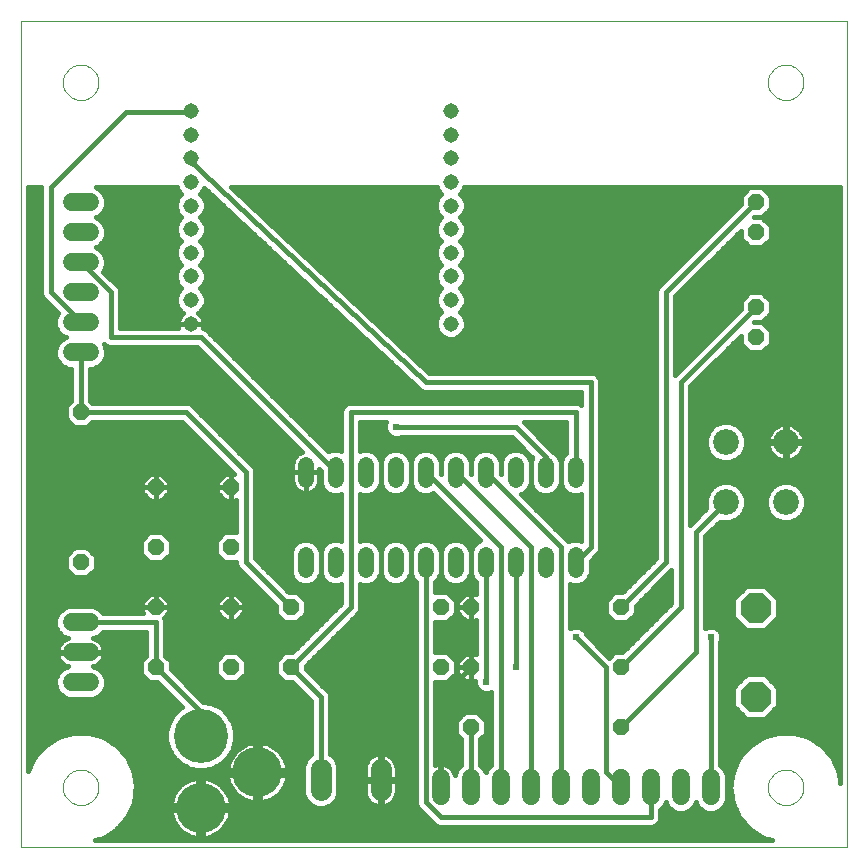
<source format=gtl>
G75*
%MOIN*%
%OFA0B0*%
%FSLAX24Y24*%
%IPPOS*%
%LPD*%
%AMOC8*
5,1,8,0,0,1.08239X$1,22.5*
%
%ADD10C,0.0000*%
%ADD11C,0.0520*%
%ADD12C,0.0515*%
%ADD13OC8,0.0520*%
%ADD14C,0.0600*%
%ADD15C,0.1800*%
%ADD16C,0.1660*%
%ADD17OC8,0.1000*%
%ADD18C,0.0705*%
%ADD19C,0.0860*%
%ADD20C,0.0150*%
%ADD21C,0.0160*%
%ADD22C,0.0240*%
D10*
X000180Y000180D02*
X000180Y027739D01*
X027739Y027739D01*
X027739Y000180D01*
X000180Y000180D01*
X001589Y002180D02*
X001591Y002228D01*
X001597Y002276D01*
X001607Y002323D01*
X001620Y002369D01*
X001638Y002414D01*
X001658Y002458D01*
X001683Y002500D01*
X001711Y002539D01*
X001741Y002576D01*
X001775Y002610D01*
X001812Y002642D01*
X001850Y002671D01*
X001891Y002696D01*
X001934Y002718D01*
X001979Y002736D01*
X002025Y002750D01*
X002072Y002761D01*
X002120Y002768D01*
X002168Y002771D01*
X002216Y002770D01*
X002264Y002765D01*
X002312Y002756D01*
X002358Y002744D01*
X002403Y002727D01*
X002447Y002707D01*
X002489Y002684D01*
X002529Y002657D01*
X002567Y002627D01*
X002602Y002594D01*
X002634Y002558D01*
X002664Y002520D01*
X002690Y002479D01*
X002712Y002436D01*
X002732Y002392D01*
X002747Y002347D01*
X002759Y002300D01*
X002767Y002252D01*
X002771Y002204D01*
X002771Y002156D01*
X002767Y002108D01*
X002759Y002060D01*
X002747Y002013D01*
X002732Y001968D01*
X002712Y001924D01*
X002690Y001881D01*
X002664Y001840D01*
X002634Y001802D01*
X002602Y001766D01*
X002567Y001733D01*
X002529Y001703D01*
X002489Y001676D01*
X002447Y001653D01*
X002403Y001633D01*
X002358Y001616D01*
X002312Y001604D01*
X002264Y001595D01*
X002216Y001590D01*
X002168Y001589D01*
X002120Y001592D01*
X002072Y001599D01*
X002025Y001610D01*
X001979Y001624D01*
X001934Y001642D01*
X001891Y001664D01*
X001850Y001689D01*
X001812Y001718D01*
X001775Y001750D01*
X001741Y001784D01*
X001711Y001821D01*
X001683Y001860D01*
X001658Y001902D01*
X001638Y001946D01*
X001620Y001991D01*
X001607Y002037D01*
X001597Y002084D01*
X001591Y002132D01*
X001589Y002180D01*
X001589Y025680D02*
X001591Y025728D01*
X001597Y025776D01*
X001607Y025823D01*
X001620Y025869D01*
X001638Y025914D01*
X001658Y025958D01*
X001683Y026000D01*
X001711Y026039D01*
X001741Y026076D01*
X001775Y026110D01*
X001812Y026142D01*
X001850Y026171D01*
X001891Y026196D01*
X001934Y026218D01*
X001979Y026236D01*
X002025Y026250D01*
X002072Y026261D01*
X002120Y026268D01*
X002168Y026271D01*
X002216Y026270D01*
X002264Y026265D01*
X002312Y026256D01*
X002358Y026244D01*
X002403Y026227D01*
X002447Y026207D01*
X002489Y026184D01*
X002529Y026157D01*
X002567Y026127D01*
X002602Y026094D01*
X002634Y026058D01*
X002664Y026020D01*
X002690Y025979D01*
X002712Y025936D01*
X002732Y025892D01*
X002747Y025847D01*
X002759Y025800D01*
X002767Y025752D01*
X002771Y025704D01*
X002771Y025656D01*
X002767Y025608D01*
X002759Y025560D01*
X002747Y025513D01*
X002732Y025468D01*
X002712Y025424D01*
X002690Y025381D01*
X002664Y025340D01*
X002634Y025302D01*
X002602Y025266D01*
X002567Y025233D01*
X002529Y025203D01*
X002489Y025176D01*
X002447Y025153D01*
X002403Y025133D01*
X002358Y025116D01*
X002312Y025104D01*
X002264Y025095D01*
X002216Y025090D01*
X002168Y025089D01*
X002120Y025092D01*
X002072Y025099D01*
X002025Y025110D01*
X001979Y025124D01*
X001934Y025142D01*
X001891Y025164D01*
X001850Y025189D01*
X001812Y025218D01*
X001775Y025250D01*
X001741Y025284D01*
X001711Y025321D01*
X001683Y025360D01*
X001658Y025402D01*
X001638Y025446D01*
X001620Y025491D01*
X001607Y025537D01*
X001597Y025584D01*
X001591Y025632D01*
X001589Y025680D01*
X025089Y025680D02*
X025091Y025728D01*
X025097Y025776D01*
X025107Y025823D01*
X025120Y025869D01*
X025138Y025914D01*
X025158Y025958D01*
X025183Y026000D01*
X025211Y026039D01*
X025241Y026076D01*
X025275Y026110D01*
X025312Y026142D01*
X025350Y026171D01*
X025391Y026196D01*
X025434Y026218D01*
X025479Y026236D01*
X025525Y026250D01*
X025572Y026261D01*
X025620Y026268D01*
X025668Y026271D01*
X025716Y026270D01*
X025764Y026265D01*
X025812Y026256D01*
X025858Y026244D01*
X025903Y026227D01*
X025947Y026207D01*
X025989Y026184D01*
X026029Y026157D01*
X026067Y026127D01*
X026102Y026094D01*
X026134Y026058D01*
X026164Y026020D01*
X026190Y025979D01*
X026212Y025936D01*
X026232Y025892D01*
X026247Y025847D01*
X026259Y025800D01*
X026267Y025752D01*
X026271Y025704D01*
X026271Y025656D01*
X026267Y025608D01*
X026259Y025560D01*
X026247Y025513D01*
X026232Y025468D01*
X026212Y025424D01*
X026190Y025381D01*
X026164Y025340D01*
X026134Y025302D01*
X026102Y025266D01*
X026067Y025233D01*
X026029Y025203D01*
X025989Y025176D01*
X025947Y025153D01*
X025903Y025133D01*
X025858Y025116D01*
X025812Y025104D01*
X025764Y025095D01*
X025716Y025090D01*
X025668Y025089D01*
X025620Y025092D01*
X025572Y025099D01*
X025525Y025110D01*
X025479Y025124D01*
X025434Y025142D01*
X025391Y025164D01*
X025350Y025189D01*
X025312Y025218D01*
X025275Y025250D01*
X025241Y025284D01*
X025211Y025321D01*
X025183Y025360D01*
X025158Y025402D01*
X025138Y025446D01*
X025120Y025491D01*
X025107Y025537D01*
X025097Y025584D01*
X025091Y025632D01*
X025089Y025680D01*
X025089Y002180D02*
X025091Y002228D01*
X025097Y002276D01*
X025107Y002323D01*
X025120Y002369D01*
X025138Y002414D01*
X025158Y002458D01*
X025183Y002500D01*
X025211Y002539D01*
X025241Y002576D01*
X025275Y002610D01*
X025312Y002642D01*
X025350Y002671D01*
X025391Y002696D01*
X025434Y002718D01*
X025479Y002736D01*
X025525Y002750D01*
X025572Y002761D01*
X025620Y002768D01*
X025668Y002771D01*
X025716Y002770D01*
X025764Y002765D01*
X025812Y002756D01*
X025858Y002744D01*
X025903Y002727D01*
X025947Y002707D01*
X025989Y002684D01*
X026029Y002657D01*
X026067Y002627D01*
X026102Y002594D01*
X026134Y002558D01*
X026164Y002520D01*
X026190Y002479D01*
X026212Y002436D01*
X026232Y002392D01*
X026247Y002347D01*
X026259Y002300D01*
X026267Y002252D01*
X026271Y002204D01*
X026271Y002156D01*
X026267Y002108D01*
X026259Y002060D01*
X026247Y002013D01*
X026232Y001968D01*
X026212Y001924D01*
X026190Y001881D01*
X026164Y001840D01*
X026134Y001802D01*
X026102Y001766D01*
X026067Y001733D01*
X026029Y001703D01*
X025989Y001676D01*
X025947Y001653D01*
X025903Y001633D01*
X025858Y001616D01*
X025812Y001604D01*
X025764Y001595D01*
X025716Y001590D01*
X025668Y001589D01*
X025620Y001592D01*
X025572Y001599D01*
X025525Y001610D01*
X025479Y001624D01*
X025434Y001642D01*
X025391Y001664D01*
X025350Y001689D01*
X025312Y001718D01*
X025275Y001750D01*
X025241Y001784D01*
X025211Y001821D01*
X025183Y001860D01*
X025158Y001902D01*
X025138Y001946D01*
X025120Y001991D01*
X025107Y002037D01*
X025097Y002084D01*
X025091Y002132D01*
X025089Y002180D01*
D11*
X018680Y009420D02*
X018680Y009940D01*
X017680Y009940D02*
X017680Y009420D01*
X016680Y009420D02*
X016680Y009940D01*
X015680Y009940D02*
X015680Y009420D01*
X014680Y009420D02*
X014680Y009940D01*
X013680Y009940D02*
X013680Y009420D01*
X012680Y009420D02*
X012680Y009940D01*
X011680Y009940D02*
X011680Y009420D01*
X010680Y009420D02*
X010680Y009940D01*
X009680Y009940D02*
X009680Y009420D01*
X009680Y012420D02*
X009680Y012940D01*
X010680Y012940D02*
X010680Y012420D01*
X011680Y012420D02*
X011680Y012940D01*
X012680Y012940D02*
X012680Y012420D01*
X013680Y012420D02*
X013680Y012940D01*
X014680Y012940D02*
X014680Y012420D01*
X015680Y012420D02*
X015680Y012940D01*
X016680Y012940D02*
X016680Y012420D01*
X017680Y012420D02*
X017680Y012940D01*
X018680Y012940D02*
X018680Y012420D01*
D12*
X014511Y017637D03*
X014511Y018424D03*
X014511Y019211D03*
X014511Y019999D03*
X014511Y020786D03*
X014511Y021574D03*
X014511Y022361D03*
X014511Y023149D03*
X014511Y023936D03*
X014511Y024723D03*
X005849Y024723D03*
X005849Y023936D03*
X005849Y023149D03*
X005849Y022361D03*
X005849Y021574D03*
X005849Y020786D03*
X005849Y019999D03*
X005849Y019211D03*
X005849Y018424D03*
X005849Y017637D03*
D13*
X002180Y014680D03*
X004680Y012180D03*
X004680Y010180D03*
X004680Y008180D03*
X004680Y006180D03*
X007180Y006180D03*
X007180Y008180D03*
X007180Y010180D03*
X007180Y012180D03*
X009180Y008180D03*
X009180Y006180D03*
X014180Y006180D03*
X015180Y006180D03*
X015180Y004180D03*
X015180Y008180D03*
X014180Y008180D03*
X020180Y008180D03*
X020180Y006180D03*
X020180Y004180D03*
X024680Y017180D03*
X024680Y018180D03*
X024680Y020680D03*
X024680Y021680D03*
X002180Y009680D03*
D14*
X001880Y007680D02*
X002480Y007680D01*
X002480Y006680D02*
X001880Y006680D01*
X001880Y005680D02*
X002480Y005680D01*
X002480Y016680D02*
X001880Y016680D01*
X001880Y017680D02*
X002480Y017680D01*
X002480Y018680D02*
X001880Y018680D01*
X001880Y019680D02*
X002480Y019680D01*
X002480Y020680D02*
X001880Y020680D01*
X001880Y021680D02*
X002480Y021680D01*
X014180Y002480D02*
X014180Y001880D01*
X015180Y001880D02*
X015180Y002480D01*
X016180Y002480D02*
X016180Y001880D01*
X017180Y001880D02*
X017180Y002480D01*
X018180Y002480D02*
X018180Y001880D01*
X019180Y001880D02*
X019180Y002480D01*
X020180Y002480D02*
X020180Y001880D01*
X021180Y001880D02*
X021180Y002480D01*
X022180Y002480D02*
X022180Y001880D01*
X023180Y001880D02*
X023180Y002480D01*
D15*
X006180Y003900D03*
D16*
X008070Y002680D03*
X006180Y001499D03*
D17*
X024680Y005203D03*
X024680Y008157D03*
D18*
X012180Y002783D02*
X012180Y002078D01*
X010180Y002078D02*
X010180Y002783D01*
D19*
X023680Y011680D03*
X023680Y013680D03*
X025680Y013680D03*
X025680Y011680D03*
D20*
X023680Y011680D02*
X022680Y010680D01*
X022680Y006680D01*
X020180Y004180D01*
X019680Y002680D02*
X020180Y002180D01*
X019680Y002680D02*
X019680Y006180D01*
X018680Y007180D01*
X020180Y006180D02*
X022180Y008180D01*
X022180Y015680D01*
X024680Y018180D01*
X021680Y018680D02*
X024680Y021680D01*
X021680Y018680D02*
X021680Y009680D01*
X020180Y008180D01*
X018680Y009680D02*
X019180Y010180D01*
X019180Y015680D01*
X013680Y015680D01*
X005680Y023180D01*
X005849Y023149D01*
X005680Y024680D02*
X005849Y024723D01*
X005680Y024680D02*
X003680Y024680D01*
X001180Y022180D01*
X001180Y018680D01*
X002180Y017680D01*
X002180Y016680D02*
X002180Y014680D01*
X005680Y014680D01*
X007680Y012680D01*
X007680Y009680D01*
X009180Y008180D01*
X009180Y006180D02*
X011180Y008180D01*
X011180Y014680D01*
X018680Y014680D01*
X018680Y012680D01*
X018180Y010180D02*
X018180Y002180D01*
X017180Y002180D02*
X017180Y010180D01*
X014680Y012680D01*
X013680Y012680D02*
X016180Y010180D01*
X016180Y002180D01*
X015180Y002180D02*
X015180Y004180D01*
X014180Y005180D02*
X014180Y002180D01*
X013680Y001680D02*
X014180Y001180D01*
X021180Y001180D01*
X021180Y002180D01*
X023180Y002180D02*
X023180Y007180D01*
X018180Y010180D02*
X015680Y012680D01*
X015680Y009680D02*
X015680Y005680D01*
X015180Y006180D02*
X014180Y005180D01*
X015180Y006180D02*
X015180Y008180D01*
X013680Y009680D02*
X013680Y001680D01*
X010180Y002430D02*
X010180Y005180D01*
X009180Y006180D01*
X007180Y008180D02*
X006180Y008180D01*
X006180Y012180D01*
X004680Y012180D01*
X006180Y012180D02*
X007180Y012180D01*
X010680Y012680D02*
X006180Y017180D01*
X003180Y017180D01*
X003180Y018680D01*
X002180Y019680D01*
X004680Y008180D02*
X006180Y008180D01*
X004680Y007680D02*
X004680Y006180D01*
X006180Y004680D01*
X006180Y003900D01*
X004680Y007680D02*
X002180Y007680D01*
X016680Y006180D02*
X016680Y009680D01*
D21*
X015506Y010409D02*
X015397Y010364D01*
X015256Y010223D01*
X015180Y010039D01*
X015104Y010223D01*
X014963Y010364D01*
X014779Y010440D01*
X014581Y010440D01*
X014397Y010364D01*
X014256Y010223D01*
X014180Y010039D01*
X014180Y009321D01*
X014256Y009137D01*
X014397Y008996D01*
X014581Y008920D01*
X014779Y008920D01*
X014963Y008996D01*
X015104Y009137D01*
X015180Y009321D01*
X015180Y010039D01*
X015180Y009321D01*
X015256Y009137D01*
X015365Y009028D01*
X015365Y008617D01*
X015362Y008620D01*
X015180Y008620D01*
X015180Y008180D01*
X015180Y008180D01*
X015180Y007740D01*
X015362Y007740D01*
X015365Y007743D01*
X015365Y006617D01*
X015362Y006620D01*
X015180Y006620D01*
X015180Y006180D01*
X015180Y006180D01*
X015180Y005740D01*
X015320Y005740D01*
X015320Y005608D01*
X015375Y005476D01*
X015476Y005375D01*
X015608Y005320D01*
X015752Y005320D01*
X015865Y005367D01*
X015865Y002929D01*
X015722Y002786D01*
X015680Y002684D01*
X015638Y002786D01*
X015495Y002929D01*
X015495Y003788D01*
X015680Y003973D01*
X015680Y004387D01*
X015387Y004680D01*
X014973Y004680D01*
X014680Y004387D01*
X014680Y003973D01*
X014865Y003788D01*
X014865Y002929D01*
X014722Y002786D01*
X014645Y002601D01*
X014625Y002664D01*
X014591Y002732D01*
X014546Y002793D01*
X014493Y002846D01*
X014432Y002891D01*
X014364Y002925D01*
X014292Y002948D01*
X014218Y002960D01*
X014200Y002960D01*
X014200Y002200D01*
X014160Y002200D01*
X014160Y002960D01*
X014142Y002960D01*
X014068Y002948D01*
X013996Y002925D01*
X013995Y002924D01*
X013995Y005680D01*
X014387Y005680D01*
X014680Y005973D01*
X014680Y006387D01*
X014387Y006680D01*
X013995Y006680D01*
X013995Y007680D01*
X014387Y007680D01*
X014680Y007973D01*
X014680Y008387D01*
X014387Y008680D01*
X013995Y008680D01*
X013995Y009028D01*
X014104Y009137D01*
X014180Y009321D01*
X014180Y010039D01*
X014104Y010223D01*
X013963Y010364D01*
X013779Y010440D01*
X013581Y010440D01*
X013397Y010364D01*
X013256Y010223D01*
X013180Y010039D01*
X013104Y010223D01*
X012963Y010364D01*
X012779Y010440D01*
X012581Y010440D01*
X012397Y010364D01*
X012256Y010223D01*
X012180Y010039D01*
X012180Y009321D01*
X012256Y009137D01*
X012397Y008996D01*
X012581Y008920D01*
X012779Y008920D01*
X012963Y008996D01*
X013104Y009137D01*
X013180Y009321D01*
X013180Y010039D01*
X013180Y009321D01*
X013256Y009137D01*
X013365Y009028D01*
X013365Y001617D01*
X013413Y001502D01*
X014002Y000913D01*
X014117Y000865D01*
X021243Y000865D01*
X021358Y000913D01*
X021447Y001002D01*
X021495Y001117D01*
X021495Y001431D01*
X021638Y001574D01*
X021680Y001676D01*
X021722Y001574D01*
X021874Y001422D01*
X022073Y001340D01*
X022287Y001340D01*
X022486Y001422D01*
X022638Y001574D01*
X022680Y001676D01*
X022722Y001574D01*
X022874Y001422D01*
X023073Y001340D01*
X023287Y001340D01*
X023486Y001422D01*
X023638Y001574D01*
X023720Y001773D01*
X023720Y002587D01*
X023638Y002786D01*
X023495Y002929D01*
X023495Y007000D01*
X023540Y007108D01*
X023540Y007252D01*
X023485Y007384D01*
X023384Y007485D01*
X023252Y007540D01*
X023108Y007540D01*
X022995Y007493D01*
X022995Y010550D01*
X023482Y011037D01*
X023547Y011010D01*
X023813Y011010D01*
X024060Y011112D01*
X024248Y011300D01*
X024350Y011547D01*
X024350Y011813D01*
X024248Y012060D01*
X024060Y012248D01*
X023813Y012350D01*
X023547Y012350D01*
X023300Y012248D01*
X023112Y012060D01*
X023010Y011813D01*
X023010Y011547D01*
X023037Y011482D01*
X022495Y010940D01*
X022495Y015550D01*
X024180Y017235D01*
X024180Y016973D01*
X024473Y016680D01*
X024887Y016680D01*
X025180Y016973D01*
X025180Y017387D01*
X024887Y017680D01*
X025180Y017973D01*
X025180Y018387D01*
X024887Y018680D01*
X024473Y018680D01*
X024180Y018387D01*
X024180Y018125D01*
X021995Y015940D01*
X021995Y018550D01*
X024180Y020735D01*
X024180Y020473D01*
X024473Y020180D01*
X024887Y020180D01*
X025180Y020473D01*
X025180Y020887D01*
X024887Y021180D01*
X025180Y021473D01*
X025180Y021887D01*
X024887Y022180D01*
X024473Y022180D01*
X024180Y021887D01*
X024180Y021625D01*
X021413Y018858D01*
X021365Y018743D01*
X021365Y009810D01*
X020235Y008680D01*
X019973Y008680D01*
X019680Y008387D01*
X019680Y007973D01*
X019973Y007680D01*
X020387Y007680D01*
X020680Y007973D01*
X020680Y008235D01*
X021858Y009413D01*
X021865Y009420D01*
X021865Y008310D01*
X020235Y006680D01*
X019973Y006680D01*
X019799Y006506D01*
X019030Y007275D01*
X018985Y007384D01*
X018884Y007485D01*
X018752Y007540D01*
X018608Y007540D01*
X018495Y007493D01*
X018495Y008955D01*
X018581Y008920D01*
X018779Y008920D01*
X018963Y008996D01*
X019104Y009137D01*
X019180Y009321D01*
X019180Y009735D01*
X019358Y009913D01*
X019358Y009913D01*
X019447Y010002D01*
X019495Y010117D01*
X019495Y015743D01*
X019447Y015858D01*
X019358Y015947D01*
X019243Y015995D01*
X013805Y015995D01*
X007207Y022180D01*
X014047Y022180D01*
X014089Y022079D01*
X014201Y021967D01*
X014089Y021855D01*
X014013Y021673D01*
X014013Y021475D01*
X014089Y021292D01*
X014201Y021180D01*
X014089Y021068D01*
X014013Y020885D01*
X014013Y020687D01*
X014089Y020504D01*
X014201Y020393D01*
X014089Y020281D01*
X014013Y020098D01*
X014013Y019900D01*
X014089Y019717D01*
X014201Y019605D01*
X014089Y019493D01*
X014013Y019310D01*
X014013Y019113D01*
X014089Y018930D01*
X014201Y018818D01*
X014089Y018706D01*
X014013Y018523D01*
X014013Y018325D01*
X014089Y018142D01*
X014201Y018030D01*
X014089Y017918D01*
X014013Y017736D01*
X014013Y017538D01*
X014089Y017355D01*
X014229Y017215D01*
X014412Y017139D01*
X014610Y017139D01*
X014793Y017215D01*
X014932Y017355D01*
X015008Y017538D01*
X015008Y017736D01*
X014932Y017918D01*
X014821Y018030D01*
X014932Y018142D01*
X015008Y018325D01*
X015008Y018523D01*
X014932Y018706D01*
X014821Y018818D01*
X014932Y018930D01*
X015008Y019113D01*
X015008Y019310D01*
X014932Y019493D01*
X014821Y019605D01*
X014932Y019717D01*
X015008Y019900D01*
X015008Y020098D01*
X014932Y020281D01*
X014821Y020393D01*
X014932Y020504D01*
X015008Y020687D01*
X015008Y020885D01*
X014932Y021068D01*
X014821Y021180D01*
X014932Y021292D01*
X015008Y021475D01*
X015008Y021673D01*
X014932Y021855D01*
X014821Y021967D01*
X014932Y022079D01*
X014974Y022180D01*
X027499Y022180D01*
X027499Y002325D01*
X027445Y002698D01*
X027228Y003175D01*
X026885Y003571D01*
X026444Y003854D01*
X025942Y004001D01*
X025418Y004001D01*
X024916Y003854D01*
X024475Y003571D01*
X024475Y003571D01*
X024132Y003175D01*
X023915Y002698D01*
X023840Y002180D01*
X023840Y002180D01*
X023915Y001662D01*
X023915Y001662D01*
X024132Y001185D01*
X024475Y000789D01*
X024475Y000789D01*
X024916Y000506D01*
X025209Y000420D01*
X002651Y000420D01*
X002944Y000506D01*
X002944Y000506D01*
X003385Y000789D01*
X003385Y000789D01*
X003385Y000789D01*
X003728Y001185D01*
X003728Y001185D01*
X003945Y001662D01*
X004020Y002180D01*
X003945Y002698D01*
X003728Y003175D01*
X003385Y003571D01*
X002944Y003854D01*
X002442Y004001D01*
X001918Y004001D01*
X001416Y003854D01*
X001416Y003854D01*
X000975Y003571D01*
X000975Y003571D01*
X000975Y003571D01*
X000632Y003175D01*
X000420Y002710D01*
X000420Y022180D01*
X000865Y022180D01*
X000865Y018617D01*
X000913Y018502D01*
X001425Y017989D01*
X001422Y017986D01*
X001340Y017787D01*
X001340Y017573D01*
X001422Y017374D01*
X001574Y017222D01*
X001676Y017180D01*
X001574Y017138D01*
X001422Y016986D01*
X001340Y016787D01*
X001340Y016573D01*
X001422Y016374D01*
X001574Y016222D01*
X001773Y016140D01*
X001865Y016140D01*
X001865Y015072D01*
X001680Y014887D01*
X001680Y014473D01*
X001973Y014180D01*
X002387Y014180D01*
X002572Y014365D01*
X005550Y014365D01*
X007295Y012620D01*
X007180Y012620D01*
X007180Y012180D01*
X007180Y012180D01*
X007180Y011740D01*
X007362Y011740D01*
X007365Y011743D01*
X007365Y010680D01*
X006973Y010680D01*
X006680Y010387D01*
X006680Y009973D01*
X006973Y009680D01*
X007365Y009680D01*
X007365Y009617D01*
X007413Y009502D01*
X007502Y009413D01*
X008680Y008235D01*
X008680Y007973D01*
X008973Y007680D01*
X009387Y007680D01*
X009680Y007973D01*
X009680Y008387D01*
X009387Y008680D01*
X009125Y008680D01*
X007995Y009810D01*
X007995Y012743D01*
X007947Y012858D01*
X005947Y014858D01*
X005858Y014947D01*
X005743Y014995D01*
X002572Y014995D01*
X002495Y015072D01*
X002495Y016140D01*
X002587Y016140D01*
X002786Y016222D01*
X002938Y016374D01*
X003020Y016573D01*
X003020Y016787D01*
X002944Y016970D01*
X003002Y016913D01*
X003117Y016865D01*
X006050Y016865D01*
X009553Y013361D01*
X009511Y013348D01*
X009449Y013316D01*
X009393Y013276D01*
X009344Y013227D01*
X009304Y013171D01*
X009272Y013109D01*
X009251Y013043D01*
X009240Y012975D01*
X009240Y012680D01*
X009680Y012680D01*
X010120Y012680D01*
X010120Y012795D01*
X010180Y012735D01*
X010180Y012321D01*
X010256Y012137D01*
X010397Y011996D01*
X010581Y011920D01*
X010779Y011920D01*
X010865Y011955D01*
X010865Y010405D01*
X010779Y010440D01*
X010581Y010440D01*
X010397Y010364D01*
X010256Y010223D01*
X010180Y010039D01*
X010104Y010223D01*
X009963Y010364D01*
X009779Y010440D01*
X009581Y010440D01*
X009397Y010364D01*
X009256Y010223D01*
X009180Y010039D01*
X009180Y009321D01*
X009256Y009137D01*
X009397Y008996D01*
X009581Y008920D01*
X009779Y008920D01*
X009963Y008996D01*
X010104Y009137D01*
X010180Y009321D01*
X010180Y010039D01*
X010180Y009321D01*
X010256Y009137D01*
X010397Y008996D01*
X010581Y008920D01*
X010779Y008920D01*
X010865Y008955D01*
X010865Y008310D01*
X009235Y006680D01*
X008973Y006680D01*
X008680Y006387D01*
X008680Y005973D01*
X008973Y005680D01*
X009235Y005680D01*
X009865Y005050D01*
X009865Y003293D01*
X009844Y003285D01*
X009678Y003118D01*
X009588Y002900D01*
X009588Y001960D01*
X009678Y001742D01*
X009844Y001575D01*
X010062Y001485D01*
X010298Y001485D01*
X010516Y001575D01*
X010682Y001742D01*
X010772Y001960D01*
X010772Y002900D01*
X010682Y003118D01*
X010516Y003285D01*
X010495Y003293D01*
X010495Y005243D01*
X010447Y005358D01*
X010358Y005447D01*
X009680Y006125D01*
X009680Y006235D01*
X011447Y008002D01*
X011495Y008117D01*
X011495Y008955D01*
X011581Y008920D01*
X011779Y008920D01*
X011963Y008996D01*
X012104Y009137D01*
X012180Y009321D01*
X012180Y010039D01*
X012104Y010223D01*
X011963Y010364D01*
X011779Y010440D01*
X011581Y010440D01*
X011495Y010405D01*
X011495Y011955D01*
X011581Y011920D01*
X011779Y011920D01*
X011963Y011996D01*
X012104Y012137D01*
X012180Y012321D01*
X012256Y012137D01*
X012397Y011996D01*
X012581Y011920D01*
X012779Y011920D01*
X012963Y011996D01*
X013104Y012137D01*
X013180Y012321D01*
X013180Y013039D01*
X013104Y013223D01*
X012963Y013364D01*
X012779Y013440D01*
X012581Y013440D01*
X012397Y013364D01*
X012256Y013223D01*
X012180Y013039D01*
X012180Y012321D01*
X012180Y013039D01*
X012104Y013223D01*
X011963Y013364D01*
X011779Y013440D01*
X011581Y013440D01*
X011495Y013405D01*
X011495Y014365D01*
X012367Y014365D01*
X012320Y014252D01*
X012320Y014108D01*
X012375Y013976D01*
X012476Y013875D01*
X012608Y013820D01*
X012752Y013820D01*
X012848Y013860D01*
X016547Y013860D01*
X017235Y013172D01*
X017180Y013039D01*
X017104Y013223D01*
X016963Y013364D01*
X016779Y013440D01*
X016581Y013440D01*
X016397Y013364D01*
X016256Y013223D01*
X016180Y013039D01*
X016104Y013223D01*
X015963Y013364D01*
X015779Y013440D01*
X015581Y013440D01*
X015397Y013364D01*
X015256Y013223D01*
X015180Y013039D01*
X015104Y013223D01*
X014963Y013364D01*
X014779Y013440D01*
X014581Y013440D01*
X014397Y013364D01*
X014256Y013223D01*
X014180Y013039D01*
X014104Y013223D01*
X013963Y013364D01*
X013779Y013440D01*
X013581Y013440D01*
X013397Y013364D01*
X013256Y013223D01*
X013180Y013039D01*
X013180Y012321D01*
X013256Y012137D01*
X013397Y011996D01*
X013581Y011920D01*
X013779Y011920D01*
X013932Y011983D01*
X015506Y010409D01*
X015432Y010483D02*
X011495Y010483D01*
X011495Y010641D02*
X015274Y010641D01*
X015115Y010800D02*
X011495Y010800D01*
X011495Y010958D02*
X014957Y010958D01*
X014798Y011117D02*
X011495Y011117D01*
X011495Y011275D02*
X014640Y011275D01*
X014481Y011434D02*
X011495Y011434D01*
X011495Y011592D02*
X014323Y011592D01*
X014164Y011751D02*
X011495Y011751D01*
X011495Y011909D02*
X014006Y011909D01*
X013325Y012068D02*
X013035Y012068D01*
X013141Y012226D02*
X013219Y012226D01*
X013180Y012385D02*
X013180Y012385D01*
X013180Y012543D02*
X013180Y012543D01*
X013180Y012702D02*
X013180Y012702D01*
X013180Y012860D02*
X013180Y012860D01*
X013180Y013019D02*
X013180Y013019D01*
X013123Y013177D02*
X013237Y013177D01*
X013368Y013336D02*
X012992Y013336D01*
X012368Y013336D02*
X011992Y013336D01*
X012123Y013177D02*
X012237Y013177D01*
X012180Y013019D02*
X012180Y013019D01*
X012180Y012860D02*
X012180Y012860D01*
X012180Y012702D02*
X012180Y012702D01*
X012180Y012543D02*
X012180Y012543D01*
X012180Y012385D02*
X012180Y012385D01*
X012141Y012226D02*
X012219Y012226D01*
X012325Y012068D02*
X012035Y012068D01*
X010865Y011909D02*
X007995Y011909D01*
X007995Y011751D02*
X010865Y011751D01*
X010865Y011592D02*
X007995Y011592D01*
X007995Y011434D02*
X010865Y011434D01*
X010865Y011275D02*
X007995Y011275D01*
X007995Y011117D02*
X010865Y011117D01*
X010865Y010958D02*
X007995Y010958D01*
X007995Y010800D02*
X010865Y010800D01*
X010865Y010641D02*
X007995Y010641D01*
X007995Y010483D02*
X010865Y010483D01*
X010357Y010324D02*
X010003Y010324D01*
X010128Y010166D02*
X010232Y010166D01*
X010180Y010007D02*
X010180Y010007D01*
X010180Y009849D02*
X010180Y009849D01*
X010180Y009690D02*
X010180Y009690D01*
X010180Y009532D02*
X010180Y009532D01*
X010180Y009373D02*
X010180Y009373D01*
X010136Y009215D02*
X010224Y009215D01*
X010337Y009056D02*
X010023Y009056D01*
X009337Y009056D02*
X008749Y009056D01*
X008591Y009215D02*
X009224Y009215D01*
X009180Y009373D02*
X008432Y009373D01*
X008274Y009532D02*
X009180Y009532D01*
X009180Y009690D02*
X008115Y009690D01*
X007995Y009849D02*
X009180Y009849D01*
X009180Y010007D02*
X007995Y010007D01*
X007995Y010166D02*
X009232Y010166D01*
X009357Y010324D02*
X007995Y010324D01*
X007365Y010800D02*
X000420Y010800D01*
X000420Y010958D02*
X007365Y010958D01*
X007365Y011117D02*
X000420Y011117D01*
X000420Y011275D02*
X007365Y011275D01*
X007365Y011434D02*
X000420Y011434D01*
X000420Y011592D02*
X007365Y011592D01*
X007180Y011740D02*
X007180Y012180D01*
X007180Y012180D01*
X007180Y012180D01*
X006740Y012180D01*
X006740Y012362D01*
X006998Y012620D01*
X007180Y012620D01*
X007180Y012180D01*
X006740Y012180D01*
X006740Y011998D01*
X006998Y011740D01*
X007180Y011740D01*
X007180Y011751D02*
X007180Y011751D01*
X007180Y011909D02*
X007180Y011909D01*
X007180Y012068D02*
X007180Y012068D01*
X007180Y012226D02*
X007180Y012226D01*
X007180Y012385D02*
X007180Y012385D01*
X007180Y012543D02*
X007180Y012543D01*
X007213Y012702D02*
X000420Y012702D01*
X000420Y012860D02*
X007055Y012860D01*
X006896Y013019D02*
X000420Y013019D01*
X000420Y013177D02*
X006738Y013177D01*
X006579Y013336D02*
X000420Y013336D01*
X000420Y013494D02*
X006421Y013494D01*
X006262Y013653D02*
X000420Y013653D01*
X000420Y013811D02*
X006104Y013811D01*
X005945Y013970D02*
X000420Y013970D01*
X000420Y014128D02*
X005786Y014128D01*
X005628Y014287D02*
X002494Y014287D01*
X001866Y014287D02*
X000420Y014287D01*
X000420Y014445D02*
X001708Y014445D01*
X001680Y014604D02*
X000420Y014604D01*
X000420Y014762D02*
X001680Y014762D01*
X001713Y014921D02*
X000420Y014921D01*
X000420Y015079D02*
X001865Y015079D01*
X001865Y015238D02*
X000420Y015238D01*
X000420Y015396D02*
X001865Y015396D01*
X001865Y015555D02*
X000420Y015555D01*
X000420Y015713D02*
X001865Y015713D01*
X001865Y015872D02*
X000420Y015872D01*
X000420Y016030D02*
X001865Y016030D01*
X001655Y016189D02*
X000420Y016189D01*
X000420Y016347D02*
X001449Y016347D01*
X001368Y016506D02*
X000420Y016506D01*
X000420Y016664D02*
X001340Y016664D01*
X001355Y016823D02*
X000420Y016823D01*
X000420Y016981D02*
X001420Y016981D01*
X001578Y017140D02*
X000420Y017140D01*
X000420Y017298D02*
X001498Y017298D01*
X001388Y017457D02*
X000420Y017457D01*
X000420Y017615D02*
X001340Y017615D01*
X001340Y017774D02*
X000420Y017774D01*
X000420Y017932D02*
X001400Y017932D01*
X001324Y018091D02*
X000420Y018091D01*
X000420Y018249D02*
X001165Y018249D01*
X001007Y018408D02*
X000420Y018408D01*
X000420Y018566D02*
X000886Y018566D01*
X000865Y018725D02*
X000420Y018725D01*
X000420Y018883D02*
X000865Y018883D01*
X000865Y019042D02*
X000420Y019042D01*
X000420Y019200D02*
X000865Y019200D01*
X000865Y019359D02*
X000420Y019359D01*
X000420Y019517D02*
X000865Y019517D01*
X000865Y019676D02*
X000420Y019676D01*
X000420Y019834D02*
X000865Y019834D01*
X000865Y019993D02*
X000420Y019993D01*
X000420Y020151D02*
X000865Y020151D01*
X000865Y020310D02*
X000420Y020310D01*
X000420Y020468D02*
X000865Y020468D01*
X000865Y020627D02*
X000420Y020627D01*
X000420Y020785D02*
X000865Y020785D01*
X000865Y020944D02*
X000420Y020944D01*
X000420Y021102D02*
X000865Y021102D01*
X000865Y021261D02*
X000420Y021261D01*
X000420Y021419D02*
X000865Y021419D01*
X000865Y021578D02*
X000420Y021578D01*
X000420Y021736D02*
X000865Y021736D01*
X000865Y021895D02*
X000420Y021895D01*
X000420Y022053D02*
X000865Y022053D01*
X002684Y022180D02*
X005386Y022180D01*
X005428Y022079D01*
X005539Y021967D01*
X005428Y021855D01*
X005352Y021673D01*
X005352Y021475D01*
X005428Y021292D01*
X005539Y021180D01*
X005428Y021068D01*
X005352Y020885D01*
X005352Y020687D01*
X005428Y020504D01*
X005539Y020393D01*
X005428Y020281D01*
X005352Y020098D01*
X005352Y019900D01*
X005428Y019717D01*
X005539Y019605D01*
X005428Y019493D01*
X005352Y019310D01*
X005352Y019113D01*
X005428Y018930D01*
X005539Y018818D01*
X005428Y018706D01*
X005352Y018523D01*
X005352Y018325D01*
X005428Y018142D01*
X005567Y018002D01*
X005593Y017992D01*
X005564Y017970D01*
X005516Y017922D01*
X005475Y017866D01*
X005444Y017805D01*
X005423Y017739D01*
X005412Y017671D01*
X005412Y017637D01*
X005849Y017637D01*
X005849Y017637D01*
X005412Y017637D01*
X005412Y017602D01*
X005423Y017534D01*
X005435Y017495D01*
X003495Y017495D01*
X003495Y018743D01*
X003447Y018858D01*
X002935Y019371D01*
X002938Y019374D01*
X003020Y019573D01*
X003020Y019787D01*
X002938Y019986D01*
X002786Y020138D01*
X002684Y020180D01*
X002786Y020222D01*
X002938Y020374D01*
X003020Y020573D01*
X003020Y020787D01*
X002938Y020986D01*
X002786Y021138D01*
X002684Y021180D01*
X002786Y021222D01*
X002938Y021374D01*
X003020Y021573D01*
X003020Y021787D01*
X002938Y021986D01*
X002786Y022138D01*
X002684Y022180D01*
X002871Y022053D02*
X005454Y022053D01*
X005467Y021895D02*
X002976Y021895D01*
X003020Y021736D02*
X005378Y021736D01*
X005352Y021578D02*
X003020Y021578D01*
X002956Y021419D02*
X005375Y021419D01*
X005459Y021261D02*
X002824Y021261D01*
X002822Y021102D02*
X005461Y021102D01*
X005376Y020944D02*
X002955Y020944D01*
X003020Y020785D02*
X005352Y020785D01*
X005377Y020627D02*
X003020Y020627D01*
X002977Y020468D02*
X005464Y020468D01*
X005456Y020310D02*
X002873Y020310D01*
X002754Y020151D02*
X005374Y020151D01*
X005352Y019993D02*
X002931Y019993D01*
X003001Y019834D02*
X005379Y019834D01*
X005469Y019676D02*
X003020Y019676D01*
X002997Y019517D02*
X005451Y019517D01*
X005372Y019359D02*
X002947Y019359D01*
X003105Y019200D02*
X005352Y019200D01*
X005381Y019042D02*
X003264Y019042D01*
X003422Y018883D02*
X005474Y018883D01*
X005446Y018725D02*
X003495Y018725D01*
X003495Y018566D02*
X005370Y018566D01*
X005352Y018408D02*
X003495Y018408D01*
X003495Y018249D02*
X005383Y018249D01*
X005479Y018091D02*
X003495Y018091D01*
X003495Y017932D02*
X005526Y017932D01*
X005434Y017774D02*
X003495Y017774D01*
X003495Y017615D02*
X005412Y017615D01*
X005849Y017637D02*
X005849Y017637D01*
X006287Y017637D01*
X006287Y017671D01*
X006276Y017739D01*
X006255Y017805D01*
X006223Y017866D01*
X006183Y017922D01*
X006134Y017970D01*
X006105Y017992D01*
X006131Y018002D01*
X006271Y018142D01*
X006347Y018325D01*
X006347Y018523D01*
X006271Y018706D01*
X006159Y018818D01*
X006271Y018930D01*
X006347Y019113D01*
X006347Y019310D01*
X006271Y019493D01*
X006159Y019605D01*
X006271Y019717D01*
X006347Y019900D01*
X006347Y020098D01*
X006271Y020281D01*
X006159Y020393D01*
X006271Y020504D01*
X006347Y020687D01*
X006347Y020885D01*
X006271Y021068D01*
X006159Y021180D01*
X006271Y021292D01*
X006347Y021475D01*
X006347Y021673D01*
X006271Y021855D01*
X006159Y021967D01*
X006271Y022079D01*
X006305Y022162D01*
X013461Y015454D01*
X013502Y015413D01*
X013506Y015411D01*
X013510Y015407D01*
X013564Y015387D01*
X013617Y015365D01*
X013623Y015365D01*
X013628Y015363D01*
X013685Y015365D01*
X018865Y015365D01*
X018865Y014940D01*
X018858Y014947D01*
X018743Y014995D01*
X011117Y014995D01*
X011002Y014947D01*
X010913Y014858D01*
X010865Y014743D01*
X010865Y013405D01*
X010779Y013440D01*
X010581Y013440D01*
X010428Y013377D01*
X006447Y017358D01*
X006358Y017447D01*
X006261Y017487D01*
X006276Y017534D01*
X006287Y017602D01*
X006287Y017637D01*
X005849Y017637D01*
X006265Y017774D02*
X010986Y017774D01*
X010817Y017932D02*
X006173Y017932D01*
X006219Y018091D02*
X010648Y018091D01*
X010479Y018249D02*
X006315Y018249D01*
X006347Y018408D02*
X010310Y018408D01*
X010141Y018566D02*
X006329Y018566D01*
X006252Y018725D02*
X009972Y018725D01*
X009803Y018883D02*
X006224Y018883D01*
X006317Y019042D02*
X009634Y019042D01*
X009465Y019200D02*
X006347Y019200D01*
X006327Y019359D02*
X009296Y019359D01*
X009127Y019517D02*
X006247Y019517D01*
X006229Y019676D02*
X008958Y019676D01*
X008788Y019834D02*
X006319Y019834D01*
X006347Y019993D02*
X008619Y019993D01*
X008450Y020151D02*
X006325Y020151D01*
X006242Y020310D02*
X008281Y020310D01*
X008112Y020468D02*
X006235Y020468D01*
X006322Y020627D02*
X007943Y020627D01*
X007774Y020785D02*
X006347Y020785D01*
X006323Y020944D02*
X007605Y020944D01*
X007436Y021102D02*
X006237Y021102D01*
X006240Y021261D02*
X007267Y021261D01*
X007098Y021419D02*
X006324Y021419D01*
X006347Y021578D02*
X006929Y021578D01*
X006760Y021736D02*
X006321Y021736D01*
X006232Y021895D02*
X006591Y021895D01*
X006422Y022053D02*
X006245Y022053D01*
X007343Y022053D02*
X014115Y022053D01*
X014128Y021895D02*
X007512Y021895D01*
X007681Y021736D02*
X014039Y021736D01*
X014013Y021578D02*
X007850Y021578D01*
X008019Y021419D02*
X014036Y021419D01*
X014120Y021261D02*
X008188Y021261D01*
X008357Y021102D02*
X014123Y021102D01*
X014037Y020944D02*
X008526Y020944D01*
X008695Y020785D02*
X014013Y020785D01*
X014038Y020627D02*
X008864Y020627D01*
X009033Y020468D02*
X014125Y020468D01*
X014118Y020310D02*
X009202Y020310D01*
X009371Y020151D02*
X014035Y020151D01*
X014013Y019993D02*
X009541Y019993D01*
X009710Y019834D02*
X014041Y019834D01*
X014131Y019676D02*
X009879Y019676D01*
X010048Y019517D02*
X014113Y019517D01*
X014033Y019359D02*
X010217Y019359D01*
X010386Y019200D02*
X014013Y019200D01*
X014043Y019042D02*
X010555Y019042D01*
X010724Y018883D02*
X014136Y018883D01*
X014108Y018725D02*
X010893Y018725D01*
X011062Y018566D02*
X014031Y018566D01*
X014013Y018408D02*
X011231Y018408D01*
X011400Y018249D02*
X014045Y018249D01*
X014141Y018091D02*
X011569Y018091D01*
X011738Y017932D02*
X014103Y017932D01*
X014029Y017774D02*
X011907Y017774D01*
X012077Y017615D02*
X014013Y017615D01*
X014047Y017457D02*
X012246Y017457D01*
X012415Y017298D02*
X014146Y017298D01*
X014411Y017140D02*
X012584Y017140D01*
X012753Y016981D02*
X021365Y016981D01*
X021365Y016823D02*
X012922Y016823D01*
X013091Y016664D02*
X021365Y016664D01*
X021365Y016506D02*
X013260Y016506D01*
X013429Y016347D02*
X021365Y016347D01*
X021365Y016189D02*
X013598Y016189D01*
X013767Y016030D02*
X021365Y016030D01*
X021365Y015872D02*
X019434Y015872D01*
X019495Y015713D02*
X021365Y015713D01*
X021365Y015555D02*
X019495Y015555D01*
X019495Y015396D02*
X021365Y015396D01*
X021365Y015238D02*
X019495Y015238D01*
X019495Y015079D02*
X021365Y015079D01*
X021365Y014921D02*
X019495Y014921D01*
X019495Y014762D02*
X021365Y014762D01*
X021365Y014604D02*
X019495Y014604D01*
X019495Y014445D02*
X021365Y014445D01*
X021365Y014287D02*
X019495Y014287D01*
X019495Y014128D02*
X021365Y014128D01*
X021365Y013970D02*
X019495Y013970D01*
X019495Y013811D02*
X021365Y013811D01*
X021365Y013653D02*
X019495Y013653D01*
X019495Y013494D02*
X021365Y013494D01*
X021365Y013336D02*
X019495Y013336D01*
X019495Y013177D02*
X021365Y013177D01*
X021365Y013019D02*
X019495Y013019D01*
X019495Y012860D02*
X021365Y012860D01*
X021365Y012702D02*
X019495Y012702D01*
X019495Y012543D02*
X021365Y012543D01*
X021365Y012385D02*
X019495Y012385D01*
X019495Y012226D02*
X021365Y012226D01*
X021365Y012068D02*
X019495Y012068D01*
X019495Y011909D02*
X021365Y011909D01*
X021365Y011751D02*
X019495Y011751D01*
X019495Y011592D02*
X021365Y011592D01*
X021365Y011434D02*
X019495Y011434D01*
X019495Y011275D02*
X021365Y011275D01*
X021365Y011117D02*
X019495Y011117D01*
X019495Y010958D02*
X021365Y010958D01*
X021365Y010800D02*
X019495Y010800D01*
X019495Y010641D02*
X021365Y010641D01*
X021365Y010483D02*
X019495Y010483D01*
X019495Y010324D02*
X021365Y010324D01*
X021365Y010166D02*
X019495Y010166D01*
X019449Y010007D02*
X021365Y010007D01*
X021365Y009849D02*
X019294Y009849D01*
X019180Y009690D02*
X021245Y009690D01*
X021086Y009532D02*
X019180Y009532D01*
X019180Y009373D02*
X020928Y009373D01*
X020769Y009215D02*
X019136Y009215D01*
X019023Y009056D02*
X020611Y009056D01*
X020452Y008898D02*
X018495Y008898D01*
X018495Y008739D02*
X020294Y008739D01*
X019873Y008581D02*
X018495Y008581D01*
X018495Y008422D02*
X019715Y008422D01*
X019680Y008264D02*
X018495Y008264D01*
X018495Y008105D02*
X019680Y008105D01*
X019706Y007947D02*
X018495Y007947D01*
X018495Y007788D02*
X019865Y007788D01*
X020495Y007788D02*
X021343Y007788D01*
X021501Y007947D02*
X020654Y007947D01*
X020680Y008105D02*
X021660Y008105D01*
X021818Y008264D02*
X020709Y008264D01*
X020867Y008422D02*
X021865Y008422D01*
X021865Y008581D02*
X021026Y008581D01*
X021184Y008739D02*
X021865Y008739D01*
X021865Y008898D02*
X021343Y008898D01*
X021501Y009056D02*
X021865Y009056D01*
X021865Y009215D02*
X021660Y009215D01*
X021818Y009373D02*
X021865Y009373D01*
X022995Y009373D02*
X027499Y009373D01*
X027499Y009215D02*
X022995Y009215D01*
X022995Y009056D02*
X027499Y009056D01*
X027499Y008898D02*
X022995Y008898D01*
X022995Y008739D02*
X024216Y008739D01*
X024373Y008897D02*
X023940Y008463D01*
X023940Y007850D01*
X024373Y007417D01*
X024987Y007417D01*
X025420Y007850D01*
X025420Y008463D01*
X024987Y008897D01*
X024373Y008897D01*
X024057Y008581D02*
X022995Y008581D01*
X022995Y008422D02*
X023940Y008422D01*
X023940Y008264D02*
X022995Y008264D01*
X022995Y008105D02*
X023940Y008105D01*
X023940Y007947D02*
X022995Y007947D01*
X022995Y007788D02*
X024002Y007788D01*
X024161Y007630D02*
X022995Y007630D01*
X023398Y007471D02*
X024319Y007471D01*
X025041Y007471D02*
X027499Y007471D01*
X027499Y007313D02*
X023515Y007313D01*
X023540Y007154D02*
X027499Y007154D01*
X027499Y006996D02*
X023495Y006996D01*
X023495Y006837D02*
X027499Y006837D01*
X027499Y006679D02*
X023495Y006679D01*
X023495Y006520D02*
X027499Y006520D01*
X027499Y006362D02*
X023495Y006362D01*
X023495Y006203D02*
X027499Y006203D01*
X027499Y006045D02*
X023495Y006045D01*
X023495Y005886D02*
X024316Y005886D01*
X024373Y005943D02*
X023940Y005510D01*
X023940Y004897D01*
X024373Y004463D01*
X024987Y004463D01*
X025420Y004897D01*
X025420Y005510D01*
X024987Y005943D01*
X024373Y005943D01*
X024158Y005728D02*
X023495Y005728D01*
X023495Y005569D02*
X023999Y005569D01*
X023940Y005411D02*
X023495Y005411D01*
X023495Y005252D02*
X023940Y005252D01*
X023940Y005094D02*
X023495Y005094D01*
X023495Y004935D02*
X023940Y004935D01*
X024060Y004777D02*
X023495Y004777D01*
X023495Y004618D02*
X024219Y004618D01*
X023495Y004460D02*
X027499Y004460D01*
X027499Y004618D02*
X025141Y004618D01*
X025300Y004777D02*
X027499Y004777D01*
X027499Y004935D02*
X025420Y004935D01*
X025420Y005094D02*
X027499Y005094D01*
X027499Y005252D02*
X025420Y005252D01*
X025420Y005411D02*
X027499Y005411D01*
X027499Y005569D02*
X025361Y005569D01*
X025202Y005728D02*
X027499Y005728D01*
X027499Y005886D02*
X025044Y005886D01*
X025199Y007630D02*
X027499Y007630D01*
X027499Y007788D02*
X025358Y007788D01*
X025420Y007947D02*
X027499Y007947D01*
X027499Y008105D02*
X025420Y008105D01*
X025420Y008264D02*
X027499Y008264D01*
X027499Y008422D02*
X025420Y008422D01*
X025303Y008581D02*
X027499Y008581D01*
X027499Y008739D02*
X025144Y008739D01*
X023245Y010800D02*
X027499Y010800D01*
X027499Y010958D02*
X023403Y010958D01*
X023086Y010641D02*
X027499Y010641D01*
X027499Y010483D02*
X022995Y010483D01*
X022995Y010324D02*
X027499Y010324D01*
X027499Y010166D02*
X022995Y010166D01*
X022995Y010007D02*
X027499Y010007D01*
X027499Y009849D02*
X022995Y009849D01*
X022995Y009690D02*
X027499Y009690D01*
X027499Y009532D02*
X022995Y009532D01*
X022513Y010958D02*
X022495Y010958D01*
X022495Y011117D02*
X022671Y011117D01*
X022830Y011275D02*
X022495Y011275D01*
X022495Y011434D02*
X022988Y011434D01*
X023010Y011592D02*
X022495Y011592D01*
X022495Y011751D02*
X023010Y011751D01*
X023050Y011909D02*
X022495Y011909D01*
X022495Y012068D02*
X023120Y012068D01*
X023278Y012226D02*
X022495Y012226D01*
X022495Y012385D02*
X027499Y012385D01*
X027499Y012543D02*
X022495Y012543D01*
X022495Y012702D02*
X027499Y012702D01*
X027499Y012860D02*
X022495Y012860D01*
X022495Y013019D02*
X023526Y013019D01*
X023547Y013010D02*
X023813Y013010D01*
X024060Y013112D01*
X024248Y013300D01*
X024350Y013547D01*
X024350Y013813D01*
X024248Y014060D01*
X024060Y014248D01*
X023813Y014350D01*
X023547Y014350D01*
X023300Y014248D01*
X023112Y014060D01*
X023010Y013813D01*
X023010Y013547D01*
X023112Y013300D01*
X023300Y013112D01*
X023547Y013010D01*
X023834Y013019D02*
X027499Y013019D01*
X027499Y013177D02*
X026026Y013177D01*
X026000Y013158D02*
X026077Y013215D01*
X026145Y013283D01*
X026202Y013360D01*
X026245Y013446D01*
X026275Y013537D01*
X026290Y013632D01*
X026290Y013652D01*
X025708Y013652D01*
X025708Y013708D01*
X026290Y013708D01*
X026290Y013728D01*
X026275Y013823D01*
X026245Y013914D01*
X026202Y014000D01*
X026145Y014077D01*
X026077Y014145D01*
X026000Y014202D01*
X025914Y014245D01*
X025823Y014275D01*
X025728Y014290D01*
X025708Y014290D01*
X025708Y013708D01*
X025652Y013708D01*
X025652Y013652D01*
X025708Y013652D01*
X025708Y013070D01*
X025728Y013070D01*
X025823Y013085D01*
X025914Y013115D01*
X026000Y013158D01*
X026184Y013336D02*
X027499Y013336D01*
X027499Y013494D02*
X026261Y013494D01*
X026277Y013811D02*
X027499Y013811D01*
X027499Y013653D02*
X025708Y013653D01*
X025652Y013653D02*
X024350Y013653D01*
X024350Y013811D02*
X025083Y013811D01*
X025085Y013823D02*
X025070Y013728D01*
X025070Y013708D01*
X025652Y013708D01*
X025652Y014290D01*
X025632Y014290D01*
X025537Y014275D01*
X025446Y014245D01*
X025360Y014202D01*
X025283Y014145D01*
X025215Y014077D01*
X025158Y014000D01*
X025115Y013914D01*
X025085Y013823D01*
X025143Y013970D02*
X024285Y013970D01*
X024179Y014128D02*
X025265Y014128D01*
X025610Y014287D02*
X023967Y014287D01*
X023393Y014287D02*
X022495Y014287D01*
X022495Y014445D02*
X027499Y014445D01*
X027499Y014287D02*
X025750Y014287D01*
X025708Y014287D02*
X025652Y014287D01*
X025652Y014128D02*
X025708Y014128D01*
X025708Y013970D02*
X025652Y013970D01*
X025652Y013811D02*
X025708Y013811D01*
X025652Y013652D02*
X025070Y013652D01*
X025070Y013632D01*
X025085Y013537D01*
X025115Y013446D01*
X025158Y013360D01*
X025215Y013283D01*
X025283Y013215D01*
X025360Y013158D01*
X025446Y013115D01*
X025537Y013085D01*
X025632Y013070D01*
X025652Y013070D01*
X025652Y013652D01*
X025652Y013494D02*
X025708Y013494D01*
X025708Y013336D02*
X025652Y013336D01*
X025652Y013177D02*
X025708Y013177D01*
X025334Y013177D02*
X024125Y013177D01*
X024263Y013336D02*
X025176Y013336D01*
X025099Y013494D02*
X024328Y013494D01*
X023235Y013177D02*
X022495Y013177D01*
X022495Y013336D02*
X023097Y013336D01*
X023032Y013494D02*
X022495Y013494D01*
X022495Y013653D02*
X023010Y013653D01*
X023010Y013811D02*
X022495Y013811D01*
X022495Y013970D02*
X023075Y013970D01*
X023180Y014128D02*
X022495Y014128D01*
X022495Y014604D02*
X027499Y014604D01*
X027499Y014762D02*
X022495Y014762D01*
X022495Y014921D02*
X027499Y014921D01*
X027499Y015079D02*
X022495Y015079D01*
X022495Y015238D02*
X027499Y015238D01*
X027499Y015396D02*
X022495Y015396D01*
X022500Y015555D02*
X027499Y015555D01*
X027499Y015713D02*
X022659Y015713D01*
X022817Y015872D02*
X027499Y015872D01*
X027499Y016030D02*
X022976Y016030D01*
X023134Y016189D02*
X027499Y016189D01*
X027499Y016347D02*
X023293Y016347D01*
X023451Y016506D02*
X027499Y016506D01*
X027499Y016664D02*
X023610Y016664D01*
X023768Y016823D02*
X024330Y016823D01*
X024180Y016981D02*
X023927Y016981D01*
X024085Y017140D02*
X024180Y017140D01*
X023670Y017615D02*
X021995Y017615D01*
X021995Y017457D02*
X023511Y017457D01*
X023353Y017298D02*
X021995Y017298D01*
X021995Y017140D02*
X023194Y017140D01*
X023036Y016981D02*
X021995Y016981D01*
X021995Y016823D02*
X022877Y016823D01*
X022719Y016664D02*
X021995Y016664D01*
X021995Y016506D02*
X022560Y016506D01*
X022402Y016347D02*
X021995Y016347D01*
X021995Y016189D02*
X022243Y016189D01*
X022085Y016030D02*
X021995Y016030D01*
X021365Y017140D02*
X014610Y017140D01*
X014876Y017298D02*
X021365Y017298D01*
X021365Y017457D02*
X014975Y017457D01*
X015008Y017615D02*
X021365Y017615D01*
X021365Y017774D02*
X014992Y017774D01*
X014919Y017932D02*
X021365Y017932D01*
X021365Y018091D02*
X014881Y018091D01*
X014977Y018249D02*
X021365Y018249D01*
X021365Y018408D02*
X015008Y018408D01*
X014990Y018566D02*
X021365Y018566D01*
X021365Y018725D02*
X014914Y018725D01*
X014886Y018883D02*
X021438Y018883D01*
X021596Y019042D02*
X014979Y019042D01*
X015008Y019200D02*
X021755Y019200D01*
X021913Y019359D02*
X014988Y019359D01*
X014909Y019517D02*
X022072Y019517D01*
X022230Y019676D02*
X014891Y019676D01*
X014981Y019834D02*
X022389Y019834D01*
X022547Y019993D02*
X015008Y019993D01*
X014986Y020151D02*
X022706Y020151D01*
X022864Y020310D02*
X014904Y020310D01*
X014896Y020468D02*
X023023Y020468D01*
X023181Y020627D02*
X014983Y020627D01*
X015008Y020785D02*
X023340Y020785D01*
X023498Y020944D02*
X014984Y020944D01*
X014899Y021102D02*
X023657Y021102D01*
X023815Y021261D02*
X014901Y021261D01*
X014985Y021419D02*
X023974Y021419D01*
X024132Y021578D02*
X015008Y021578D01*
X014982Y021736D02*
X024180Y021736D01*
X024187Y021895D02*
X014893Y021895D01*
X014906Y022053D02*
X024346Y022053D01*
X025014Y022053D02*
X027499Y022053D01*
X027499Y021895D02*
X025173Y021895D01*
X025180Y021736D02*
X027499Y021736D01*
X027499Y021578D02*
X025180Y021578D01*
X025126Y021419D02*
X027499Y021419D01*
X027499Y021261D02*
X024968Y021261D01*
X024887Y021180D02*
X024625Y021180D01*
X024625Y021180D01*
X024887Y021180D01*
X024965Y021102D02*
X027499Y021102D01*
X027499Y020944D02*
X025124Y020944D01*
X025180Y020785D02*
X027499Y020785D01*
X027499Y020627D02*
X025180Y020627D01*
X025175Y020468D02*
X027499Y020468D01*
X027499Y020310D02*
X025017Y020310D01*
X024343Y020310D02*
X023755Y020310D01*
X023914Y020468D02*
X024185Y020468D01*
X024180Y020627D02*
X024072Y020627D01*
X023597Y020151D02*
X027499Y020151D01*
X027499Y019993D02*
X023438Y019993D01*
X023280Y019834D02*
X027499Y019834D01*
X027499Y019676D02*
X023121Y019676D01*
X022963Y019517D02*
X027499Y019517D01*
X027499Y019359D02*
X022804Y019359D01*
X022646Y019200D02*
X027499Y019200D01*
X027499Y019042D02*
X022487Y019042D01*
X022329Y018883D02*
X027499Y018883D01*
X027499Y018725D02*
X022170Y018725D01*
X022012Y018566D02*
X024359Y018566D01*
X024200Y018408D02*
X021995Y018408D01*
X021995Y018249D02*
X024180Y018249D01*
X024145Y018091D02*
X021995Y018091D01*
X021995Y017932D02*
X023987Y017932D01*
X023828Y017774D02*
X021995Y017774D01*
X024625Y017680D02*
X024625Y017680D01*
X024887Y017680D01*
X024625Y017680D01*
X024952Y017615D02*
X027499Y017615D01*
X027499Y017457D02*
X025111Y017457D01*
X025180Y017298D02*
X027499Y017298D01*
X027499Y017140D02*
X025180Y017140D01*
X025180Y016981D02*
X027499Y016981D01*
X027499Y016823D02*
X025030Y016823D01*
X024981Y017774D02*
X027499Y017774D01*
X027499Y017932D02*
X025139Y017932D01*
X025180Y018091D02*
X027499Y018091D01*
X027499Y018249D02*
X025180Y018249D01*
X025160Y018408D02*
X027499Y018408D01*
X027499Y018566D02*
X025001Y018566D01*
X026095Y014128D02*
X027499Y014128D01*
X027499Y013970D02*
X026217Y013970D01*
X025813Y012350D02*
X025547Y012350D01*
X025300Y012248D01*
X025112Y012060D01*
X025010Y011813D01*
X025010Y011547D01*
X025112Y011300D01*
X025300Y011112D01*
X025547Y011010D01*
X025813Y011010D01*
X026060Y011112D01*
X026248Y011300D01*
X026350Y011547D01*
X026350Y011813D01*
X026248Y012060D01*
X026060Y012248D01*
X025813Y012350D01*
X026082Y012226D02*
X027499Y012226D01*
X027499Y012068D02*
X026240Y012068D01*
X026310Y011909D02*
X027499Y011909D01*
X027499Y011751D02*
X026350Y011751D01*
X026350Y011592D02*
X027499Y011592D01*
X027499Y011434D02*
X026303Y011434D01*
X026223Y011275D02*
X027499Y011275D01*
X027499Y011117D02*
X026064Y011117D01*
X025296Y011117D02*
X024064Y011117D01*
X024223Y011275D02*
X025137Y011275D01*
X025057Y011434D02*
X024303Y011434D01*
X024350Y011592D02*
X025010Y011592D01*
X025010Y011751D02*
X024350Y011751D01*
X024310Y011909D02*
X025050Y011909D01*
X025120Y012068D02*
X024240Y012068D01*
X024082Y012226D02*
X025278Y012226D01*
X021184Y007630D02*
X018495Y007630D01*
X018898Y007471D02*
X021026Y007471D01*
X020867Y007313D02*
X019015Y007313D01*
X019151Y007154D02*
X020709Y007154D01*
X020550Y006996D02*
X019310Y006996D01*
X019468Y006837D02*
X020392Y006837D01*
X019971Y006679D02*
X019627Y006679D01*
X019785Y006520D02*
X019813Y006520D01*
X023495Y004301D02*
X027499Y004301D01*
X027499Y004143D02*
X023495Y004143D01*
X023495Y003984D02*
X025359Y003984D01*
X024872Y003826D02*
X023495Y003826D01*
X023495Y003667D02*
X024625Y003667D01*
X024421Y003509D02*
X023495Y003509D01*
X023495Y003350D02*
X024284Y003350D01*
X024147Y003192D02*
X023495Y003192D01*
X023495Y003033D02*
X024067Y003033D01*
X024132Y003175D02*
X024132Y003175D01*
X023995Y002875D02*
X023549Y002875D01*
X023667Y002716D02*
X023923Y002716D01*
X023915Y002698D02*
X023915Y002698D01*
X023894Y002558D02*
X023720Y002558D01*
X023720Y002399D02*
X023871Y002399D01*
X023849Y002241D02*
X023720Y002241D01*
X023720Y002082D02*
X023854Y002082D01*
X023877Y001924D02*
X023720Y001924D01*
X023717Y001765D02*
X023900Y001765D01*
X023940Y001607D02*
X023651Y001607D01*
X023512Y001448D02*
X024012Y001448D01*
X024084Y001290D02*
X021495Y001290D01*
X021512Y001448D02*
X021848Y001448D01*
X021709Y001607D02*
X021651Y001607D01*
X021495Y001131D02*
X024179Y001131D01*
X024132Y001185D02*
X024132Y001185D01*
X024316Y000973D02*
X021418Y000973D01*
X022512Y001448D02*
X022848Y001448D01*
X022709Y001607D02*
X022651Y001607D01*
X024454Y000814D02*
X006923Y000814D01*
X006934Y000825D02*
X007005Y000914D01*
X007065Y001010D01*
X007115Y001112D01*
X007152Y001219D01*
X007177Y001329D01*
X007187Y001419D01*
X006260Y001419D01*
X006260Y001579D01*
X006100Y001579D01*
X006100Y002506D01*
X006011Y002496D01*
X005900Y002471D01*
X005793Y002433D01*
X005691Y002384D01*
X005595Y002324D01*
X005506Y002253D01*
X005426Y002173D01*
X005355Y002084D01*
X005295Y001988D01*
X005245Y001886D01*
X005208Y001779D01*
X005183Y001668D01*
X005173Y001579D01*
X006100Y001579D01*
X006100Y001419D01*
X005173Y001419D01*
X005183Y001329D01*
X005208Y001219D01*
X005245Y001112D01*
X005295Y001010D01*
X005355Y000914D01*
X005426Y000825D01*
X005506Y000745D01*
X005595Y000674D01*
X005691Y000614D01*
X005793Y000564D01*
X005900Y000527D01*
X006011Y000502D01*
X006100Y000492D01*
X006100Y001419D01*
X006260Y001419D01*
X006260Y000492D01*
X006349Y000502D01*
X006460Y000527D01*
X006567Y000564D01*
X006669Y000614D01*
X006765Y000674D01*
X006854Y000745D01*
X006934Y000825D01*
X007042Y000973D02*
X013942Y000973D01*
X013784Y001131D02*
X007121Y001131D01*
X007168Y001290D02*
X013625Y001290D01*
X013467Y001448D02*
X006260Y001448D01*
X006260Y001579D02*
X007187Y001579D01*
X007177Y001668D01*
X007152Y001779D01*
X007115Y001886D01*
X007065Y001988D01*
X007005Y002084D01*
X006934Y002173D01*
X006854Y002253D01*
X006765Y002324D01*
X006669Y002384D01*
X006567Y002433D01*
X006460Y002471D01*
X006349Y002496D01*
X006260Y002506D01*
X006260Y001579D01*
X006260Y001607D02*
X006100Y001607D01*
X006100Y001765D02*
X006260Y001765D01*
X006260Y001924D02*
X006100Y001924D01*
X006100Y002082D02*
X006260Y002082D01*
X006260Y002241D02*
X006100Y002241D01*
X006100Y002399D02*
X006260Y002399D01*
X006330Y002760D02*
X006030Y002760D01*
X005740Y002838D01*
X005480Y002988D01*
X005268Y003200D01*
X005118Y003460D01*
X005040Y003750D01*
X005040Y004051D01*
X005118Y004340D01*
X005268Y004600D01*
X005480Y004813D01*
X005557Y004857D01*
X004735Y005680D01*
X004473Y005680D01*
X004180Y005973D01*
X004180Y006387D01*
X004365Y006572D01*
X004365Y007365D01*
X002929Y007365D01*
X002786Y007222D01*
X002601Y007145D01*
X002664Y007125D01*
X002732Y007091D01*
X002793Y007046D01*
X002846Y006993D01*
X002891Y006932D01*
X002925Y006864D01*
X002948Y006792D01*
X002960Y006718D01*
X002960Y006700D01*
X002200Y006700D01*
X002200Y006660D01*
X002960Y006660D01*
X002960Y006642D01*
X002948Y006568D01*
X002925Y006496D01*
X002891Y006428D01*
X002846Y006367D01*
X002793Y006314D01*
X002732Y006269D01*
X002664Y006235D01*
X002601Y006215D01*
X002786Y006138D01*
X002938Y005986D01*
X003020Y005787D01*
X003020Y005573D01*
X002938Y005374D01*
X002786Y005222D01*
X002587Y005140D01*
X001773Y005140D01*
X001574Y005222D01*
X001422Y005374D01*
X001340Y005573D01*
X001340Y005787D01*
X001422Y005986D01*
X001574Y006138D01*
X001759Y006215D01*
X001696Y006235D01*
X001628Y006269D01*
X001567Y006314D01*
X001514Y006367D01*
X001469Y006428D01*
X001435Y006496D01*
X001412Y006568D01*
X001400Y006642D01*
X001400Y006660D01*
X002160Y006660D01*
X002160Y006700D01*
X001400Y006700D01*
X001400Y006718D01*
X001412Y006792D01*
X001435Y006864D01*
X001469Y006932D01*
X001514Y006993D01*
X001567Y007046D01*
X001628Y007091D01*
X001696Y007125D01*
X001759Y007145D01*
X001574Y007222D01*
X001422Y007374D01*
X001340Y007573D01*
X001340Y007787D01*
X001422Y007986D01*
X001574Y008138D01*
X001773Y008220D01*
X002587Y008220D01*
X002786Y008138D01*
X002929Y007995D01*
X004243Y007995D01*
X004240Y007998D01*
X004240Y008180D01*
X004680Y008180D01*
X004680Y008180D01*
X004680Y008620D01*
X004862Y008620D01*
X005120Y008362D01*
X005120Y008180D01*
X004680Y008180D01*
X004680Y008180D01*
X004680Y008180D01*
X004680Y008620D01*
X004498Y008620D01*
X004240Y008362D01*
X004240Y008180D01*
X004680Y008180D01*
X005120Y008180D01*
X005120Y007998D01*
X004957Y007835D01*
X004995Y007743D01*
X004995Y006572D01*
X005180Y006387D01*
X005180Y006125D01*
X006265Y005040D01*
X006330Y005040D01*
X006620Y004963D01*
X006880Y004813D01*
X007092Y004600D01*
X007242Y004340D01*
X007320Y004051D01*
X007320Y003750D01*
X007242Y003460D01*
X007092Y003200D01*
X006880Y002988D01*
X006620Y002838D01*
X006330Y002760D01*
X006683Y002875D02*
X007078Y002875D01*
X007073Y002849D02*
X007062Y002760D01*
X007990Y002760D01*
X007990Y003687D01*
X007900Y003677D01*
X007790Y003652D01*
X007683Y003615D01*
X007580Y003565D01*
X007484Y003505D01*
X007396Y003434D01*
X007316Y003354D01*
X007245Y003265D01*
X007184Y003169D01*
X007135Y003067D01*
X007098Y002960D01*
X007073Y002849D01*
X007123Y003033D02*
X006925Y003033D01*
X007083Y003192D02*
X007198Y003192D01*
X007179Y003350D02*
X007312Y003350D01*
X007255Y003509D02*
X007490Y003509D01*
X007298Y003667D02*
X007856Y003667D01*
X007990Y003667D02*
X008150Y003667D01*
X008150Y003687D02*
X008150Y002760D01*
X009077Y002760D01*
X009067Y002849D01*
X009042Y002960D01*
X009004Y003067D01*
X008955Y003169D01*
X008895Y003265D01*
X008824Y003354D01*
X008744Y003434D01*
X008655Y003505D01*
X008559Y003565D01*
X008457Y003615D01*
X008350Y003652D01*
X008239Y003677D01*
X008150Y003687D01*
X008284Y003667D02*
X009865Y003667D01*
X009865Y003509D02*
X008649Y003509D01*
X008827Y003350D02*
X009865Y003350D01*
X009751Y003192D02*
X008941Y003192D01*
X009016Y003033D02*
X009642Y003033D01*
X009588Y002875D02*
X009061Y002875D01*
X009077Y002600D02*
X008150Y002600D01*
X008150Y002760D01*
X007990Y002760D01*
X007990Y002600D01*
X008150Y002600D01*
X008150Y001673D01*
X008239Y001683D01*
X008350Y001708D01*
X008457Y001745D01*
X008559Y001795D01*
X008655Y001855D01*
X008744Y001926D01*
X008824Y002006D01*
X008895Y002095D01*
X008955Y002191D01*
X009004Y002293D01*
X009042Y002400D01*
X009067Y002511D01*
X009077Y002600D01*
X009072Y002558D02*
X009588Y002558D01*
X009588Y002716D02*
X008150Y002716D01*
X008150Y002558D02*
X007990Y002558D01*
X007990Y002600D02*
X007990Y001673D01*
X007900Y001683D01*
X007790Y001708D01*
X007683Y001745D01*
X007580Y001795D01*
X007484Y001855D01*
X007396Y001926D01*
X007316Y002006D01*
X007245Y002095D01*
X007184Y002191D01*
X007135Y002293D01*
X007098Y002400D01*
X007073Y002511D01*
X007062Y002600D01*
X007990Y002600D01*
X007990Y002716D02*
X003937Y002716D01*
X003945Y002698D02*
X003945Y002698D01*
X003966Y002558D02*
X007067Y002558D01*
X007098Y002399D02*
X006639Y002399D01*
X006867Y002241D02*
X007160Y002241D01*
X007255Y002082D02*
X007006Y002082D01*
X007096Y001924D02*
X007399Y001924D01*
X007642Y001765D02*
X007155Y001765D01*
X007184Y001607D02*
X009813Y001607D01*
X009668Y001765D02*
X008497Y001765D01*
X008741Y001924D02*
X009602Y001924D01*
X009588Y002082D02*
X008885Y002082D01*
X008979Y002241D02*
X009588Y002241D01*
X009588Y002399D02*
X009041Y002399D01*
X008150Y002399D02*
X007990Y002399D01*
X007990Y002241D02*
X008150Y002241D01*
X008150Y002082D02*
X007990Y002082D01*
X007990Y001924D02*
X008150Y001924D01*
X008150Y001765D02*
X007990Y001765D01*
X007990Y002875D02*
X008150Y002875D01*
X008150Y003033D02*
X007990Y003033D01*
X007990Y003192D02*
X008150Y003192D01*
X008150Y003350D02*
X007990Y003350D01*
X007990Y003509D02*
X008150Y003509D01*
X007320Y003826D02*
X009865Y003826D01*
X009865Y003984D02*
X007320Y003984D01*
X007295Y004143D02*
X009865Y004143D01*
X009865Y004301D02*
X007253Y004301D01*
X007174Y004460D02*
X009865Y004460D01*
X009865Y004618D02*
X007075Y004618D01*
X006916Y004777D02*
X009865Y004777D01*
X009865Y004935D02*
X006668Y004935D01*
X006212Y005094D02*
X009821Y005094D01*
X009663Y005252D02*
X006053Y005252D01*
X005895Y005411D02*
X009504Y005411D01*
X009346Y005569D02*
X005736Y005569D01*
X005578Y005728D02*
X006925Y005728D01*
X006973Y005680D02*
X006680Y005973D01*
X006680Y006387D01*
X006973Y006680D01*
X007387Y006680D01*
X007680Y006387D01*
X007680Y005973D01*
X007387Y005680D01*
X006973Y005680D01*
X006767Y005886D02*
X005419Y005886D01*
X005261Y006045D02*
X006680Y006045D01*
X006680Y006203D02*
X005180Y006203D01*
X005180Y006362D02*
X006680Y006362D01*
X006813Y006520D02*
X005047Y006520D01*
X004995Y006679D02*
X006971Y006679D01*
X007389Y006679D02*
X008971Y006679D01*
X008813Y006520D02*
X007547Y006520D01*
X007680Y006362D02*
X008680Y006362D01*
X008680Y006203D02*
X007680Y006203D01*
X007680Y006045D02*
X008680Y006045D01*
X008767Y005886D02*
X007593Y005886D01*
X007435Y005728D02*
X008925Y005728D01*
X009680Y006203D02*
X013365Y006203D01*
X013365Y006045D02*
X009761Y006045D01*
X009919Y005886D02*
X013365Y005886D01*
X013365Y005728D02*
X010078Y005728D01*
X010236Y005569D02*
X013365Y005569D01*
X013365Y005411D02*
X010395Y005411D01*
X010491Y005252D02*
X013365Y005252D01*
X013365Y005094D02*
X010495Y005094D01*
X010495Y004935D02*
X013365Y004935D01*
X013365Y004777D02*
X010495Y004777D01*
X010495Y004618D02*
X013365Y004618D01*
X013365Y004460D02*
X010495Y004460D01*
X010495Y004301D02*
X013365Y004301D01*
X013365Y004143D02*
X010495Y004143D01*
X010495Y003984D02*
X013365Y003984D01*
X013365Y003826D02*
X010495Y003826D01*
X010495Y003667D02*
X013365Y003667D01*
X013365Y003509D02*
X010495Y003509D01*
X010495Y003350D02*
X013365Y003350D01*
X013365Y003192D02*
X012523Y003192D01*
X012527Y003189D02*
X012459Y003238D01*
X012384Y003276D01*
X012305Y003302D01*
X012222Y003315D01*
X012218Y003315D01*
X012218Y002468D01*
X012712Y002468D01*
X012712Y002824D01*
X012699Y002907D01*
X012673Y002987D01*
X012635Y003062D01*
X012586Y003129D01*
X012527Y003189D01*
X012650Y003033D02*
X013365Y003033D01*
X013365Y002875D02*
X012705Y002875D01*
X012712Y002716D02*
X013365Y002716D01*
X013365Y002558D02*
X012712Y002558D01*
X012712Y002392D02*
X012218Y002392D01*
X012218Y002468D01*
X012142Y002468D01*
X012142Y003315D01*
X012138Y003315D01*
X012055Y003302D01*
X011976Y003276D01*
X011901Y003238D01*
X011833Y003189D01*
X011774Y003129D01*
X011725Y003062D01*
X011687Y002987D01*
X011661Y002907D01*
X011648Y002824D01*
X011648Y002468D01*
X012142Y002468D01*
X012142Y002392D01*
X012218Y002392D01*
X012218Y001545D01*
X012222Y001545D01*
X012305Y001558D01*
X012384Y001584D01*
X012459Y001622D01*
X012527Y001671D01*
X012586Y001731D01*
X012635Y001798D01*
X012673Y001873D01*
X012699Y001953D01*
X012712Y002036D01*
X012712Y002392D01*
X012712Y002241D02*
X013365Y002241D01*
X013365Y002399D02*
X012218Y002399D01*
X012142Y002399D02*
X010772Y002399D01*
X010772Y002241D02*
X011647Y002241D01*
X011647Y002392D02*
X011648Y002036D01*
X011661Y001953D01*
X011687Y001873D01*
X011725Y001798D01*
X011774Y001731D01*
X011833Y001671D01*
X011901Y001622D01*
X011976Y001584D01*
X012055Y001558D01*
X012138Y001545D01*
X012142Y001545D01*
X012142Y002392D01*
X011647Y002392D01*
X011648Y002558D02*
X010772Y002558D01*
X010772Y002716D02*
X011648Y002716D01*
X011655Y002875D02*
X010772Y002875D01*
X010718Y003033D02*
X011710Y003033D01*
X011837Y003192D02*
X010609Y003192D01*
X010772Y002082D02*
X011647Y002082D01*
X011670Y001924D02*
X010758Y001924D01*
X010692Y001765D02*
X011749Y001765D01*
X011931Y001607D02*
X010547Y001607D01*
X012142Y001607D02*
X012218Y001607D01*
X012218Y001765D02*
X012142Y001765D01*
X012142Y001924D02*
X012218Y001924D01*
X012218Y002082D02*
X012142Y002082D01*
X012142Y002241D02*
X012218Y002241D01*
X012218Y002558D02*
X012142Y002558D01*
X012142Y002716D02*
X012218Y002716D01*
X012218Y002875D02*
X012142Y002875D01*
X012142Y003033D02*
X012218Y003033D01*
X012218Y003192D02*
X012142Y003192D01*
X012712Y002082D02*
X013365Y002082D01*
X013365Y001924D02*
X012690Y001924D01*
X012611Y001765D02*
X013365Y001765D01*
X013369Y001607D02*
X012429Y001607D01*
X014160Y002241D02*
X014200Y002241D01*
X014200Y002399D02*
X014160Y002399D01*
X014160Y002558D02*
X014200Y002558D01*
X014200Y002716D02*
X014160Y002716D01*
X014160Y002875D02*
X014200Y002875D01*
X014454Y002875D02*
X014811Y002875D01*
X014865Y003033D02*
X013995Y003033D01*
X013995Y003192D02*
X014865Y003192D01*
X014865Y003350D02*
X013995Y003350D01*
X013995Y003509D02*
X014865Y003509D01*
X014865Y003667D02*
X013995Y003667D01*
X013995Y003826D02*
X014827Y003826D01*
X014680Y003984D02*
X013995Y003984D01*
X013995Y004143D02*
X014680Y004143D01*
X014680Y004301D02*
X013995Y004301D01*
X013995Y004460D02*
X014752Y004460D01*
X014911Y004618D02*
X013995Y004618D01*
X013995Y004777D02*
X015865Y004777D01*
X015865Y004935D02*
X013995Y004935D01*
X013995Y005094D02*
X015865Y005094D01*
X015865Y005252D02*
X013995Y005252D01*
X013995Y005411D02*
X015440Y005411D01*
X015336Y005569D02*
X013995Y005569D01*
X014435Y005728D02*
X015320Y005728D01*
X015180Y005740D02*
X015180Y006180D01*
X015180Y006180D01*
X015180Y006180D01*
X014740Y006180D01*
X014740Y006362D01*
X014998Y006620D01*
X015180Y006620D01*
X015180Y006180D01*
X014740Y006180D01*
X014740Y005998D01*
X014998Y005740D01*
X015180Y005740D01*
X015180Y005886D02*
X015180Y005886D01*
X015180Y006045D02*
X015180Y006045D01*
X015180Y006203D02*
X015180Y006203D01*
X015180Y006362D02*
X015180Y006362D01*
X015180Y006520D02*
X015180Y006520D01*
X015365Y006679D02*
X014389Y006679D01*
X014547Y006520D02*
X014898Y006520D01*
X014740Y006362D02*
X014680Y006362D01*
X014680Y006203D02*
X014740Y006203D01*
X014740Y006045D02*
X014680Y006045D01*
X014593Y005886D02*
X014852Y005886D01*
X015365Y006837D02*
X013995Y006837D01*
X013995Y006996D02*
X015365Y006996D01*
X015365Y007154D02*
X013995Y007154D01*
X013995Y007313D02*
X015365Y007313D01*
X015365Y007471D02*
X013995Y007471D01*
X013995Y007630D02*
X015365Y007630D01*
X015180Y007740D02*
X015180Y008180D01*
X015180Y008180D01*
X015180Y008180D01*
X014740Y008180D01*
X014740Y008362D01*
X014998Y008620D01*
X015180Y008620D01*
X015180Y008180D01*
X014740Y008180D01*
X014740Y007998D01*
X014998Y007740D01*
X015180Y007740D01*
X015180Y007788D02*
X015180Y007788D01*
X015180Y007947D02*
X015180Y007947D01*
X015180Y008105D02*
X015180Y008105D01*
X015180Y008264D02*
X015180Y008264D01*
X015180Y008422D02*
X015180Y008422D01*
X015180Y008581D02*
X015180Y008581D01*
X014958Y008581D02*
X014487Y008581D01*
X014645Y008422D02*
X014800Y008422D01*
X014740Y008264D02*
X014680Y008264D01*
X014680Y008105D02*
X014740Y008105D01*
X014791Y007947D02*
X014654Y007947D01*
X014495Y007788D02*
X014950Y007788D01*
X015365Y008739D02*
X013995Y008739D01*
X013995Y008898D02*
X015365Y008898D01*
X015337Y009056D02*
X015023Y009056D01*
X015136Y009215D02*
X015224Y009215D01*
X015180Y009373D02*
X015180Y009373D01*
X015180Y009532D02*
X015180Y009532D01*
X015180Y009690D02*
X015180Y009690D01*
X015180Y009849D02*
X015180Y009849D01*
X015180Y010007D02*
X015180Y010007D01*
X015128Y010166D02*
X015232Y010166D01*
X015357Y010324D02*
X015003Y010324D01*
X014357Y010324D02*
X014003Y010324D01*
X014128Y010166D02*
X014232Y010166D01*
X014180Y010007D02*
X014180Y010007D01*
X014180Y009849D02*
X014180Y009849D01*
X014180Y009690D02*
X014180Y009690D01*
X014180Y009532D02*
X014180Y009532D01*
X014180Y009373D02*
X014180Y009373D01*
X014136Y009215D02*
X014224Y009215D01*
X014337Y009056D02*
X014023Y009056D01*
X013365Y008898D02*
X011495Y008898D01*
X011495Y008739D02*
X013365Y008739D01*
X013365Y008581D02*
X011495Y008581D01*
X011495Y008422D02*
X013365Y008422D01*
X013365Y008264D02*
X011495Y008264D01*
X011490Y008105D02*
X013365Y008105D01*
X013365Y007947D02*
X011392Y007947D01*
X011233Y007788D02*
X013365Y007788D01*
X013365Y007630D02*
X011075Y007630D01*
X010916Y007471D02*
X013365Y007471D01*
X013365Y007313D02*
X010758Y007313D01*
X010599Y007154D02*
X013365Y007154D01*
X013365Y006996D02*
X010441Y006996D01*
X010282Y006837D02*
X013365Y006837D01*
X013365Y006679D02*
X010124Y006679D01*
X009965Y006520D02*
X013365Y006520D01*
X013365Y006362D02*
X009807Y006362D01*
X009392Y006837D02*
X004995Y006837D01*
X004995Y006996D02*
X009550Y006996D01*
X009709Y007154D02*
X004995Y007154D01*
X004995Y007313D02*
X009867Y007313D01*
X010026Y007471D02*
X004995Y007471D01*
X004995Y007630D02*
X010184Y007630D01*
X010343Y007788D02*
X009495Y007788D01*
X009654Y007947D02*
X010501Y007947D01*
X010660Y008105D02*
X009680Y008105D01*
X009680Y008264D02*
X010818Y008264D01*
X010865Y008422D02*
X009645Y008422D01*
X009487Y008581D02*
X010865Y008581D01*
X010865Y008739D02*
X009066Y008739D01*
X008908Y008898D02*
X010865Y008898D01*
X012023Y009056D02*
X012337Y009056D01*
X012224Y009215D02*
X012136Y009215D01*
X012180Y009373D02*
X012180Y009373D01*
X012180Y009532D02*
X012180Y009532D01*
X012180Y009690D02*
X012180Y009690D01*
X012180Y009849D02*
X012180Y009849D01*
X012180Y010007D02*
X012180Y010007D01*
X012128Y010166D02*
X012232Y010166D01*
X012357Y010324D02*
X012003Y010324D01*
X013003Y010324D02*
X013357Y010324D01*
X013232Y010166D02*
X013128Y010166D01*
X013180Y010007D02*
X013180Y010007D01*
X013180Y009849D02*
X013180Y009849D01*
X013180Y009690D02*
X013180Y009690D01*
X013180Y009532D02*
X013180Y009532D01*
X013180Y009373D02*
X013180Y009373D01*
X013136Y009215D02*
X013224Y009215D01*
X013337Y009056D02*
X013023Y009056D01*
X010325Y012068D02*
X009943Y012068D01*
X009967Y012084D02*
X010016Y012133D01*
X010056Y012189D01*
X010088Y012251D01*
X010109Y012317D01*
X010120Y012385D01*
X010120Y012680D01*
X009680Y012680D01*
X009680Y012680D01*
X009680Y011980D01*
X009715Y011980D01*
X009783Y011991D01*
X009849Y012012D01*
X009911Y012044D01*
X009967Y012084D01*
X010075Y012226D02*
X010219Y012226D01*
X010180Y012385D02*
X010120Y012385D01*
X010120Y012543D02*
X010180Y012543D01*
X010180Y012702D02*
X010120Y012702D01*
X009680Y012680D02*
X009680Y012680D01*
X009680Y012680D01*
X009680Y011980D01*
X009645Y011980D01*
X009577Y011991D01*
X009511Y012012D01*
X009449Y012044D01*
X009393Y012084D01*
X009344Y012133D01*
X009304Y012189D01*
X009272Y012251D01*
X009251Y012317D01*
X009240Y012385D01*
X009240Y012680D01*
X009680Y012680D01*
X009680Y012543D02*
X009680Y012543D01*
X009680Y012385D02*
X009680Y012385D01*
X009680Y012226D02*
X009680Y012226D01*
X009680Y012068D02*
X009680Y012068D01*
X009417Y012068D02*
X007995Y012068D01*
X007995Y012226D02*
X009285Y012226D01*
X009240Y012385D02*
X007995Y012385D01*
X007995Y012543D02*
X009240Y012543D01*
X009240Y012702D02*
X007995Y012702D01*
X007945Y012860D02*
X009240Y012860D01*
X009247Y013019D02*
X007787Y013019D01*
X007628Y013177D02*
X009308Y013177D01*
X009487Y013336D02*
X007470Y013336D01*
X007311Y013494D02*
X009421Y013494D01*
X009262Y013653D02*
X007153Y013653D01*
X006994Y013811D02*
X009104Y013811D01*
X008945Y013970D02*
X006836Y013970D01*
X006677Y014128D02*
X008786Y014128D01*
X008628Y014287D02*
X006519Y014287D01*
X006360Y014445D02*
X008469Y014445D01*
X008311Y014604D02*
X006202Y014604D01*
X006043Y014762D02*
X008152Y014762D01*
X007994Y014921D02*
X005885Y014921D01*
X006884Y016030D02*
X002495Y016030D01*
X002495Y015872D02*
X007043Y015872D01*
X007201Y015713D02*
X002495Y015713D01*
X002495Y015555D02*
X007360Y015555D01*
X007518Y015396D02*
X002495Y015396D01*
X002495Y015238D02*
X007677Y015238D01*
X007835Y015079D02*
X002495Y015079D01*
X002705Y016189D02*
X006726Y016189D01*
X006567Y016347D02*
X002911Y016347D01*
X002992Y016506D02*
X006409Y016506D01*
X006250Y016664D02*
X003020Y016664D01*
X003005Y016823D02*
X006092Y016823D01*
X006507Y017298D02*
X011494Y017298D01*
X011663Y017140D02*
X006666Y017140D01*
X006824Y016981D02*
X011832Y016981D01*
X012001Y016823D02*
X006983Y016823D01*
X007141Y016664D02*
X012170Y016664D01*
X012339Y016506D02*
X007300Y016506D01*
X007458Y016347D02*
X012508Y016347D01*
X012677Y016189D02*
X007617Y016189D01*
X007775Y016030D02*
X012846Y016030D01*
X013015Y015872D02*
X007934Y015872D01*
X008092Y015713D02*
X013184Y015713D01*
X013353Y015555D02*
X008251Y015555D01*
X008409Y015396D02*
X013540Y015396D01*
X012334Y014287D02*
X011495Y014287D01*
X011495Y014128D02*
X012320Y014128D01*
X012381Y013970D02*
X011495Y013970D01*
X011495Y013811D02*
X016596Y013811D01*
X016755Y013653D02*
X011495Y013653D01*
X011495Y013494D02*
X016913Y013494D01*
X016992Y013336D02*
X017072Y013336D01*
X017123Y013177D02*
X017230Y013177D01*
X017180Y013039D02*
X017180Y012321D01*
X017104Y012137D01*
X016963Y011996D01*
X016854Y011951D01*
X018358Y010447D01*
X018428Y010377D01*
X018581Y010440D01*
X018779Y010440D01*
X018865Y010405D01*
X018865Y011955D01*
X018779Y011920D01*
X018581Y011920D01*
X018397Y011996D01*
X018256Y012137D01*
X018180Y012321D01*
X018180Y013039D01*
X018256Y013223D01*
X018365Y013332D01*
X018365Y014365D01*
X016948Y014365D01*
X016951Y014361D01*
X017938Y013374D01*
X017963Y013364D01*
X018104Y013223D01*
X018180Y013039D01*
X018180Y012321D01*
X018104Y012137D01*
X017963Y011996D01*
X017779Y011920D01*
X017581Y011920D01*
X017397Y011996D01*
X017256Y012137D01*
X017180Y012321D01*
X017180Y013039D01*
X017180Y013019D02*
X017180Y013019D01*
X017180Y012860D02*
X017180Y012860D01*
X017180Y012702D02*
X017180Y012702D01*
X017180Y012543D02*
X017180Y012543D01*
X017180Y012385D02*
X017180Y012385D01*
X017141Y012226D02*
X017219Y012226D01*
X017325Y012068D02*
X017035Y012068D01*
X016896Y011909D02*
X018865Y011909D01*
X018865Y011751D02*
X017055Y011751D01*
X017213Y011592D02*
X018865Y011592D01*
X018865Y011434D02*
X017372Y011434D01*
X017530Y011275D02*
X018865Y011275D01*
X018865Y011117D02*
X017689Y011117D01*
X017847Y010958D02*
X018865Y010958D01*
X018865Y010800D02*
X018006Y010800D01*
X018164Y010641D02*
X018865Y010641D01*
X018865Y010483D02*
X018323Y010483D01*
X018325Y012068D02*
X018035Y012068D01*
X018141Y012226D02*
X018219Y012226D01*
X018180Y012385D02*
X018180Y012385D01*
X018180Y012543D02*
X018180Y012543D01*
X018180Y012702D02*
X018180Y012702D01*
X018180Y012860D02*
X018180Y012860D01*
X018180Y013019D02*
X018180Y013019D01*
X018123Y013177D02*
X018237Y013177D01*
X018365Y013336D02*
X017992Y013336D01*
X017819Y013494D02*
X018365Y013494D01*
X018365Y013653D02*
X017660Y013653D01*
X017502Y013811D02*
X018365Y013811D01*
X018365Y013970D02*
X017343Y013970D01*
X017185Y014128D02*
X018365Y014128D01*
X018365Y014287D02*
X017026Y014287D01*
X016680Y014180D02*
X012680Y014180D01*
X013992Y013336D02*
X014368Y013336D01*
X014237Y013177D02*
X014123Y013177D01*
X014180Y013039D02*
X014180Y012625D01*
X014180Y012625D01*
X014180Y013039D01*
X014180Y013019D02*
X014180Y013019D01*
X014180Y012860D02*
X014180Y012860D01*
X014180Y012702D02*
X014180Y012702D01*
X014992Y013336D02*
X015368Y013336D01*
X015237Y013177D02*
X015123Y013177D01*
X015180Y013039D02*
X015180Y012625D01*
X015180Y012625D01*
X015180Y013039D01*
X015180Y013019D02*
X015180Y013019D01*
X015180Y012860D02*
X015180Y012860D01*
X015180Y012702D02*
X015180Y012702D01*
X015992Y013336D02*
X016368Y013336D01*
X016237Y013177D02*
X016123Y013177D01*
X016180Y013039D02*
X016180Y012625D01*
X016180Y012625D01*
X016180Y013039D01*
X016180Y013019D02*
X016180Y013019D01*
X016180Y012860D02*
X016180Y012860D01*
X016180Y012702D02*
X016180Y012702D01*
X017680Y012680D02*
X017680Y013180D01*
X016680Y014180D01*
X018865Y015079D02*
X008726Y015079D01*
X008568Y015238D02*
X018865Y015238D01*
X011324Y017457D02*
X006336Y017457D01*
X006287Y017615D02*
X011155Y017615D01*
X010975Y014921D02*
X008885Y014921D01*
X009043Y014762D02*
X010873Y014762D01*
X010865Y014604D02*
X009202Y014604D01*
X009360Y014445D02*
X010865Y014445D01*
X010865Y014287D02*
X009519Y014287D01*
X009677Y014128D02*
X010865Y014128D01*
X010865Y013970D02*
X009836Y013970D01*
X009994Y013811D02*
X010865Y013811D01*
X010865Y013653D02*
X010153Y013653D01*
X010311Y013494D02*
X010865Y013494D01*
X006987Y011751D02*
X004873Y011751D01*
X004862Y011740D02*
X005120Y011998D01*
X005120Y012180D01*
X005120Y012362D01*
X004862Y012620D01*
X004680Y012620D01*
X004680Y012180D01*
X004680Y012180D01*
X005120Y012180D01*
X004680Y012180D01*
X004680Y012180D01*
X004680Y012180D01*
X004240Y012180D01*
X004240Y012362D01*
X004498Y012620D01*
X004680Y012620D01*
X004680Y012180D01*
X004680Y011740D01*
X004862Y011740D01*
X004680Y011740D02*
X004680Y012180D01*
X004680Y012180D01*
X004240Y012180D01*
X004240Y011998D01*
X004498Y011740D01*
X004680Y011740D01*
X004680Y011751D02*
X004680Y011751D01*
X004680Y011909D02*
X004680Y011909D01*
X004680Y012068D02*
X004680Y012068D01*
X004680Y012226D02*
X004680Y012226D01*
X004680Y012385D02*
X004680Y012385D01*
X004680Y012543D02*
X004680Y012543D01*
X004939Y012543D02*
X006921Y012543D01*
X006762Y012385D02*
X005098Y012385D01*
X005120Y012226D02*
X006740Y012226D01*
X006740Y012068D02*
X005120Y012068D01*
X005031Y011909D02*
X006829Y011909D01*
X006934Y010641D02*
X004926Y010641D01*
X004887Y010680D02*
X004473Y010680D01*
X004180Y010387D01*
X004180Y009973D01*
X004473Y009680D01*
X004887Y009680D01*
X005180Y009973D01*
X005180Y010387D01*
X004887Y010680D01*
X005085Y010483D02*
X006775Y010483D01*
X006680Y010324D02*
X005180Y010324D01*
X005180Y010166D02*
X006680Y010166D01*
X006680Y010007D02*
X005180Y010007D01*
X005056Y009849D02*
X006804Y009849D01*
X006963Y009690D02*
X004897Y009690D01*
X004463Y009690D02*
X002680Y009690D01*
X002680Y009532D02*
X007401Y009532D01*
X007502Y009413D02*
X007502Y009413D01*
X007542Y009373D02*
X002580Y009373D01*
X002680Y009473D02*
X002387Y009180D01*
X001973Y009180D01*
X001680Y009473D01*
X001680Y009887D01*
X001973Y010180D01*
X002387Y010180D01*
X002680Y009887D01*
X002680Y009473D01*
X002422Y009215D02*
X007700Y009215D01*
X007859Y009056D02*
X000420Y009056D01*
X000420Y008898D02*
X008017Y008898D01*
X008176Y008739D02*
X000420Y008739D01*
X000420Y008581D02*
X004458Y008581D01*
X004680Y008581D02*
X004680Y008581D01*
X004680Y008422D02*
X004680Y008422D01*
X004680Y008264D02*
X004680Y008264D01*
X004902Y008581D02*
X006958Y008581D01*
X006998Y008620D02*
X006740Y008362D01*
X006740Y008180D01*
X007180Y008180D01*
X007180Y008180D01*
X007180Y008620D01*
X007362Y008620D01*
X007620Y008362D01*
X007620Y008180D01*
X007180Y008180D01*
X007180Y008180D01*
X007180Y008180D01*
X007180Y008620D01*
X006998Y008620D01*
X007180Y008581D02*
X007180Y008581D01*
X007180Y008422D02*
X007180Y008422D01*
X007180Y008264D02*
X007180Y008264D01*
X007180Y008180D02*
X006740Y008180D01*
X006740Y007998D01*
X006998Y007740D01*
X007180Y007740D01*
X007362Y007740D01*
X007620Y007998D01*
X007620Y008180D01*
X007180Y008180D01*
X007180Y007740D01*
X007180Y008180D01*
X007180Y008180D01*
X007180Y008105D02*
X007180Y008105D01*
X007180Y007947D02*
X007180Y007947D01*
X007180Y007788D02*
X007180Y007788D01*
X007410Y007788D02*
X008865Y007788D01*
X008706Y007947D02*
X007569Y007947D01*
X007620Y008105D02*
X008680Y008105D01*
X008651Y008264D02*
X007620Y008264D01*
X007560Y008422D02*
X008493Y008422D01*
X008334Y008581D02*
X007402Y008581D01*
X006800Y008422D02*
X005060Y008422D01*
X005120Y008264D02*
X006740Y008264D01*
X006740Y008105D02*
X005120Y008105D01*
X005069Y007947D02*
X006791Y007947D01*
X006950Y007788D02*
X004976Y007788D01*
X004365Y007313D02*
X002876Y007313D01*
X002621Y007154D02*
X004365Y007154D01*
X004365Y006996D02*
X002843Y006996D01*
X002934Y006837D02*
X004365Y006837D01*
X004365Y006679D02*
X002200Y006679D01*
X002160Y006679D02*
X000420Y006679D01*
X000420Y006837D02*
X001426Y006837D01*
X001517Y006996D02*
X000420Y006996D01*
X000420Y007154D02*
X001739Y007154D01*
X001484Y007313D02*
X000420Y007313D01*
X000420Y007471D02*
X001382Y007471D01*
X001340Y007630D02*
X000420Y007630D01*
X000420Y007788D02*
X001340Y007788D01*
X001406Y007947D02*
X000420Y007947D01*
X000420Y008105D02*
X001541Y008105D01*
X000420Y008264D02*
X004240Y008264D01*
X004240Y008105D02*
X002819Y008105D01*
X001938Y009215D02*
X000420Y009215D01*
X000420Y009373D02*
X001780Y009373D01*
X001680Y009532D02*
X000420Y009532D01*
X000420Y009690D02*
X001680Y009690D01*
X001680Y009849D02*
X000420Y009849D01*
X000420Y010007D02*
X001800Y010007D01*
X001958Y010166D02*
X000420Y010166D01*
X000420Y010324D02*
X004180Y010324D01*
X004180Y010166D02*
X002402Y010166D01*
X002560Y010007D02*
X004180Y010007D01*
X004304Y009849D02*
X002680Y009849D01*
X004275Y010483D02*
X000420Y010483D01*
X000420Y010641D02*
X004434Y010641D01*
X004487Y011751D02*
X000420Y011751D01*
X000420Y011909D02*
X004329Y011909D01*
X004240Y012068D02*
X000420Y012068D01*
X000420Y012226D02*
X004240Y012226D01*
X004262Y012385D02*
X000420Y012385D01*
X000420Y012543D02*
X004421Y012543D01*
X004300Y008422D02*
X000420Y008422D01*
X000420Y006520D02*
X001427Y006520D01*
X001520Y006362D02*
X000420Y006362D01*
X000420Y006203D02*
X001732Y006203D01*
X001481Y006045D02*
X000420Y006045D01*
X000420Y005886D02*
X001381Y005886D01*
X001340Y005728D02*
X000420Y005728D01*
X000420Y005569D02*
X001341Y005569D01*
X001407Y005411D02*
X000420Y005411D01*
X000420Y005252D02*
X001544Y005252D01*
X000420Y005094D02*
X005321Y005094D01*
X005163Y005252D02*
X002816Y005252D01*
X002953Y005411D02*
X005004Y005411D01*
X004846Y005569D02*
X003019Y005569D01*
X003020Y005728D02*
X004425Y005728D01*
X004267Y005886D02*
X002979Y005886D01*
X002879Y006045D02*
X004180Y006045D01*
X004180Y006203D02*
X002628Y006203D01*
X002840Y006362D02*
X004180Y006362D01*
X004313Y006520D02*
X002933Y006520D01*
X005285Y004618D02*
X000420Y004618D01*
X000420Y004460D02*
X005186Y004460D01*
X005107Y004301D02*
X000420Y004301D01*
X000420Y004143D02*
X005065Y004143D01*
X005040Y003984D02*
X002501Y003984D01*
X002944Y003854D02*
X002944Y003854D01*
X002988Y003826D02*
X005040Y003826D01*
X005062Y003667D02*
X003235Y003667D01*
X003385Y003571D02*
X003385Y003571D01*
X003439Y003509D02*
X005105Y003509D01*
X005181Y003350D02*
X003576Y003350D01*
X003713Y003192D02*
X005277Y003192D01*
X005435Y003033D02*
X003793Y003033D01*
X003728Y003175D02*
X003728Y003175D01*
X003865Y002875D02*
X005677Y002875D01*
X005721Y002399D02*
X003989Y002399D01*
X004011Y002241D02*
X005493Y002241D01*
X005354Y002082D02*
X004006Y002082D01*
X003983Y001924D02*
X005264Y001924D01*
X005205Y001765D02*
X003960Y001765D01*
X003945Y001662D02*
X003945Y001662D01*
X003920Y001607D02*
X005176Y001607D01*
X005192Y001290D02*
X003776Y001290D01*
X003848Y001448D02*
X006100Y001448D01*
X006100Y001290D02*
X006260Y001290D01*
X006260Y001131D02*
X006100Y001131D01*
X006100Y000973D02*
X006260Y000973D01*
X006260Y000814D02*
X006100Y000814D01*
X006100Y000656D02*
X006260Y000656D01*
X006260Y000497D02*
X006100Y000497D01*
X006052Y000497D02*
X002913Y000497D01*
X003177Y000656D02*
X005624Y000656D01*
X005437Y000814D02*
X003406Y000814D01*
X003544Y000973D02*
X005318Y000973D01*
X005239Y001131D02*
X003681Y001131D01*
X006308Y000497D02*
X024947Y000497D01*
X024916Y000506D02*
X024916Y000506D01*
X024683Y000656D02*
X006736Y000656D01*
X005444Y004777D02*
X000420Y004777D01*
X000420Y004935D02*
X005480Y004935D01*
X001859Y003984D02*
X000420Y003984D01*
X000420Y003826D02*
X001372Y003826D01*
X001125Y003667D02*
X000420Y003667D01*
X000420Y003509D02*
X000921Y003509D01*
X000784Y003350D02*
X000420Y003350D01*
X000420Y003192D02*
X000647Y003192D01*
X000632Y003175D02*
X000632Y003175D01*
X000567Y003033D02*
X000420Y003033D01*
X000420Y002875D02*
X000495Y002875D01*
X000423Y002716D02*
X000420Y002716D01*
X014598Y002716D02*
X014693Y002716D01*
X015495Y003033D02*
X015865Y003033D01*
X015865Y003192D02*
X015495Y003192D01*
X015495Y003350D02*
X015865Y003350D01*
X015865Y003509D02*
X015495Y003509D01*
X015495Y003667D02*
X015865Y003667D01*
X015865Y003826D02*
X015533Y003826D01*
X015680Y003984D02*
X015865Y003984D01*
X015865Y004143D02*
X015680Y004143D01*
X015680Y004301D02*
X015865Y004301D01*
X015865Y004460D02*
X015608Y004460D01*
X015449Y004618D02*
X015865Y004618D01*
X015811Y002875D02*
X015549Y002875D01*
X015667Y002716D02*
X015693Y002716D01*
X026001Y003984D02*
X027499Y003984D01*
X027499Y003826D02*
X026488Y003826D01*
X026444Y003854D02*
X026444Y003854D01*
X026735Y003667D02*
X027499Y003667D01*
X027499Y003509D02*
X026939Y003509D01*
X026885Y003571D02*
X026885Y003571D01*
X027076Y003350D02*
X027499Y003350D01*
X027499Y003192D02*
X027213Y003192D01*
X027228Y003175D02*
X027228Y003175D01*
X027293Y003033D02*
X027499Y003033D01*
X027499Y002875D02*
X027365Y002875D01*
X027437Y002716D02*
X027499Y002716D01*
X027445Y002698D02*
X027445Y002698D01*
X027466Y002558D02*
X027499Y002558D01*
X027489Y002399D02*
X027499Y002399D01*
D22*
X023180Y007180D03*
X024680Y009680D03*
X020180Y010680D03*
X018680Y007180D03*
X016680Y006180D03*
X015680Y005680D03*
X012680Y011180D03*
X012680Y014180D03*
X009180Y017180D03*
X004680Y015680D03*
X001180Y012680D03*
X018680Y020180D03*
X026680Y020180D03*
M02*

</source>
